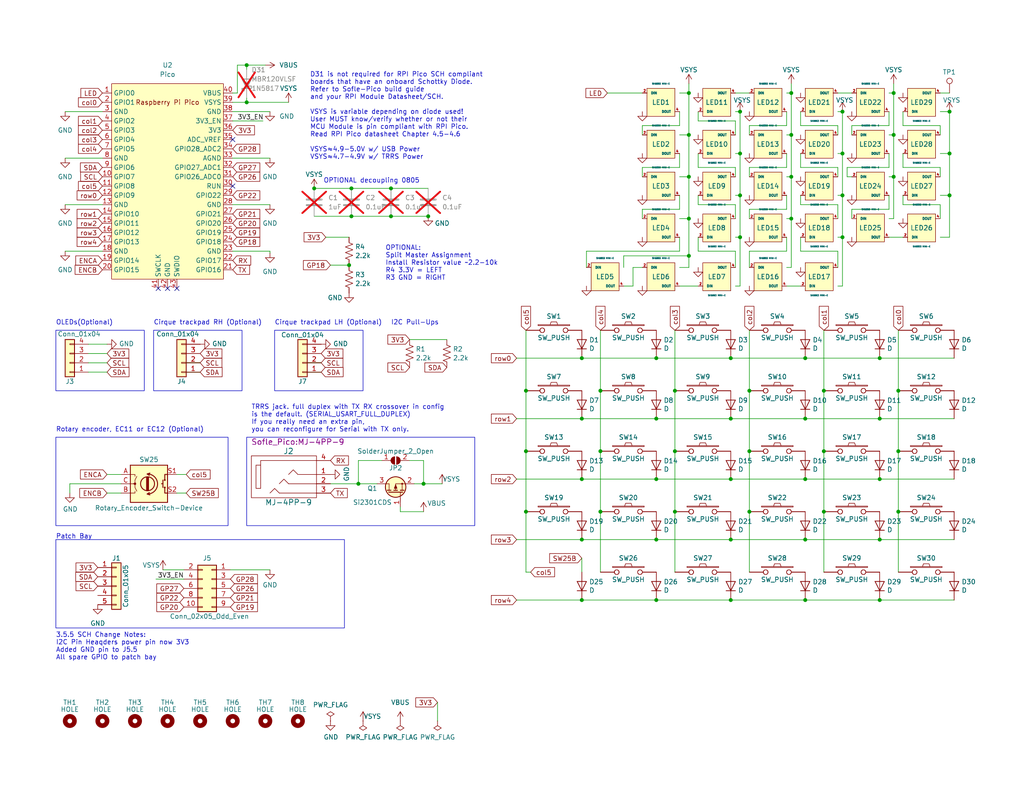
<source format=kicad_sch>
(kicad_sch (version 20250114) (generator "eeschema") (generator_version "9.0")
  (paper "A")
  (title_block (title "Sofle Pico") (date "2025-10-23") (rev "v3.5.6") (comment 1 "https://github.com/josefadamcik/SofleKeyboard") (comment 2 "Based on the Sofle by Josef Adamcik") (comment 3 "https://www.soflepico.com") (comment 4 "Designed by Ryan Neff, Choc'd by P. Werle"))
  (rectangle (start 15.24 90.17) (end 39.37 106.68))
  (rectangle (start 41.91 90.17) (end 66.04 106.68))
  (rectangle (start 15.24 119.38) (end 62.23 143.51))
  (rectangle (start 67.31 119.38) (end 129.54 143.51))
  (rectangle (start 74.93 90.17) (end 99.06 106.68))
  (rectangle (start 15.24 147.32) (end 93.98 171.45))
  (text "Cirque trackpad RH (Optional)\n" (at 41.91 88.9 0) (effects (font (size 1.27 1.27)) (justify left bottom)))
  (text "I2C Pull-Ups " (at 106.68 88.9 0) (effects (font (size 1.27 1.27)) (justify left bottom)))
  (text "TRRS jack. full duplex with TX RX crossover in config \nis the default. (SERIAL_USART_FULL_DUPLEX)\nIf you really need an extra pin, \nyou can reconfigure for Serial with TX only." (at 68.58 118.11 0) (effects (font (size 1.27 1.27)) (justify left bottom)))
  (text "Rotary encoder, EC11 or EC12 (Optional)\n" (at 15.24 118.11 0) (effects (font (size 1.27 1.27)) (justify left bottom)))
  (text "D31 is not required for RPI Pico SCH compliant \nboards that have an onboard Schottky Diode.\nRefer to Sofle-Pico build guide \nand your RPI Module Datasheet/SCH. \n\nVSYS is variable depending on diode used! \nUser MUST know/verify whether or not their \nMCU Module is pin compliant with RPI Pico. \nRead RPI Pico datasheet Chapter 4.5-4.6\n\nVSYS≈4.9-5.0V w/ USB Power\nVSYS≈4.7-4.9V w/ TRRS Power" (at 84.582 43.688 0) (effects (font (size 1.27 1.27)) (justify left bottom)))
  (text "OPTIONAL:\nSplit Master Assignment\nInstall Resistor value ~2.2-10k\nR4 3.3V = LEFT\nR3 GND = RIGHT" (at 105.156 76.708 0) (effects (font (size 1.27 1.27)) (justify left bottom)))
  (text "OLEDs(Optional)\n" (at 15.24 88.9 0) (effects (font (size 1.27 1.27)) (justify left bottom)))
  (text "Patch Bay" (at 15.24 147.32 0) (effects (font (size 1.27 1.27)) (justify left bottom)))
  (text "Cirque trackpad LH (Optional)\n" (at 74.93 88.9 0) (effects (font (size 1.27 1.27)) (justify left bottom)))
  (text "OPTIONAL decoupling 0805\n" (at 88.265 50.165 0) (effects (font (size 1.27 1.27)) (justify left bottom)))
  (text "3.5.5 SCH Change Notes:\nI2C Pin Heaqders power pin now 3V3 \nAdded GND pin to J5.5  \nAll spare GPIO to patch bay" (at 15.24 180.34 0) (effects (font (size 1.27 1.27)) (justify left bottom)))
  (junction (at 179.07 163.83))
  (junction (at 229.87 64.77))
  (junction (at 116.84 59.055))
  (junction (at 163.83 123.19))
  (junction (at 204.47 123.19))
  (junction (at 215.9 59.69))
  (junction (at 259.08 30.48))
  (junction (at 240.03 114.3))
  (junction (at 143.51 139.7))
  (junction (at 229.87 53.34))
  (junction (at 224.79 106.68))
  (junction (at 199.39 147.32))
  (junction (at 219.71 130.81))
  (junction (at 143.51 106.68))
  (junction (at 179.07 130.81))
  (junction (at 245.11 106.68))
  (junction (at 95.885 59.055))
  (junction (at 179.07 114.3))
  (junction (at 179.07 97.79))
  (junction (at 243.84 36.83))
  (junction (at 224.79 123.19))
  (junction (at 215.9 36.83))
  (junction (at 187.96 48.26))
  (junction (at 240.03 130.81))
  (junction (at 243.84 48.26))
  (junction (at 106.68 51.435))
  (junction (at 219.71 163.83))
  (junction (at 215.9 48.26))
  (junction (at 95.25 72.39))
  (junction (at 184.15 139.7))
  (junction (at 85.725 51.435))
  (junction (at 158.75 97.79))
  (junction (at 201.93 53.34))
  (junction (at 240.03 163.83))
  (junction (at 240.03 97.79))
  (junction (at 199.39 130.81))
  (junction (at 259.08 41.91))
  (junction (at 158.75 130.81))
  (junction (at 106.68 59.055))
  (junction (at 245.11 123.19))
  (junction (at 187.96 59.69))
  (junction (at 163.83 139.7))
  (junction (at 187.96 36.83))
  (junction (at 199.39 114.3))
  (junction (at 201.93 30.48))
  (junction (at 201.93 41.91))
  (junction (at 259.08 53.34))
  (junction (at 184.15 123.19))
  (junction (at 67.31 27.94))
  (junction (at 204.47 106.68))
  (junction (at 243.84 25.4))
  (junction (at 199.39 97.79))
  (junction (at 158.75 147.32))
  (junction (at 163.83 106.68))
  (junction (at 201.93 64.77))
  (junction (at 95.885 51.435))
  (junction (at 115.57 132.08))
  (junction (at 229.87 41.91))
  (junction (at 97.79 132.08))
  (junction (at 179.07 147.32))
  (junction (at 158.75 163.83))
  (junction (at 199.39 163.83))
  (junction (at 187.96 69.85))
  (junction (at 219.71 147.32))
  (junction (at 219.71 114.3))
  (junction (at 187.96 25.4))
  (junction (at 215.9 25.4))
  (junction (at 224.79 139.7))
  (junction (at 158.75 114.3))
  (junction (at 204.47 139.7))
  (junction (at 240.03 147.32))
  (junction (at 229.87 30.48))
  (junction (at 245.11 139.7))
  (junction (at 219.71 97.79))
  (junction (at 67.31 17.78))
  (junction (at 143.51 123.19))
  (junction (at 184.15 106.68))
  (no_connect (at 45.72 78.74))
  (no_connect (at 63.5 38.1))
  (no_connect (at 43.18 78.74))
  (no_connect (at 48.26 78.74))
  (no_connect (at 63.5 50.8))
  (wire (pts (xy 214.63 78.105) (xy 218.44 78.105)))
  (wire (pts (xy 200.66 25.4) (xy 204.47 25.4)))
  (wire (pts (xy 259.08 53.34) (xy 259.08 41.91)))
  (wire (pts (xy 158.75 130.81) (xy 140.97 130.81)))
  (wire (pts (xy 240.03 147.32) (xy 260.35 147.32)))
  (wire (pts (xy 259.08 41.91) (xy 259.08 30.48)))
  (wire (pts (xy 185.42 73.025) (xy 187.96 73.025)))
  (wire (pts (xy 232.41 57.15) (xy 232.41 59.69)))
  (wire (pts (xy 215.9 36.83) (xy 214.63 36.83)))
  (wire (pts (xy 67.31 17.78) (xy 72.39 17.78)))
  (wire (pts (xy 228.6 25.4) (xy 232.41 25.4)))
  (wire (pts (xy 242.57 41.91) (xy 242.57 45.72)))
  (wire (pts (xy 179.07 130.81) (xy 158.75 130.81)))
  (wire (pts (xy 215.9 59.69) (xy 215.9 73.025)))
  (wire (pts (xy 228.6 45.72) (xy 218.44 45.72)))
  (wire (pts (xy 63.5 27.94) (xy 67.31 27.94)))
  (wire (pts (xy 163.83 106.68) (xy 163.83 123.19)))
  (wire (pts (xy 158.75 114.3) (xy 140.97 114.3)))
  (wire (pts (xy 42.545 158.115) (xy 50.165 158.115)))
  (wire (pts (xy 106.68 51.435) (xy 116.84 51.435)))
  (wire (pts (xy 231.14 45.72) (xy 231.14 48.26)))
  (wire (pts (xy 158.75 147.32) (xy 140.97 147.32)))
  (wire (pts (xy 243.84 36.83) (xy 242.57 36.83)))
  (wire (pts (xy 246.38 34.29) (xy 246.38 30.48)))
  (wire (pts (xy 215.9 22.86) (xy 215.9 25.4)))
  (wire (pts (xy 24.13 99.06) (xy 29.21 99.06)))
  (wire (pts (xy 200.66 68.58) (xy 190.5 68.58)))
  (wire (pts (xy 218.44 55.88) (xy 218.44 53.34)))
  (wire (pts (xy 83.82 101.6) (xy 87.63 101.6)))
  (wire (pts (xy 185.42 41.91) (xy 185.42 45.72)))
  (wire (pts (xy 243.84 48.26) (xy 243.84 59.69)))
  (wire (pts (xy 115.57 132.08) (xy 120.65 132.08)))
  (wire (pts (xy 229.87 41.91) (xy 229.87 53.34)))
  (wire (pts (xy 172.72 78.105) (xy 172.72 73.025)))
  (wire (pts (xy 63.5 33.02) (xy 71.755 33.02)))
  (wire (pts (xy 48.26 134.62) (xy 50.8 134.62)))
  (wire (pts (xy 63.5 43.18) (xy 73.66 43.18)))
  (wire (pts (xy 17.78 68.58) (xy 27.94 68.58)))
  (wire (pts (xy 187.96 48.26) (xy 187.96 36.83)))
  (wire (pts (xy 95.885 51.435) (xy 106.68 51.435)))
  (wire (pts (xy 243.84 25.4) (xy 242.57 25.4)))
  (wire (pts (xy 73.66 30.48) (xy 63.5 30.48)))
  (wire (pts (xy 204.47 57.15) (xy 204.47 59.69)))
  (wire (pts (xy 185.42 57.15) (xy 175.26 57.15)))
  (wire (pts (xy 185.42 78.105) (xy 190.5 78.105)))
  (wire (pts (xy 228.6 30.48) (xy 229.87 30.48)))
  (wire (pts (xy 245.11 139.7) (xy 245.11 156.21)))
  (wire (pts (xy 240.03 163.83) (xy 260.35 163.83)))
  (wire (pts (xy 215.9 25.4) (xy 214.63 25.4)))
  (wire (pts (xy 215.9 25.4) (xy 215.9 36.83)))
  (wire (pts (xy 229.87 78.105) (xy 228.6 78.105)))
  (wire (pts (xy 187.96 59.69) (xy 187.96 69.85)))
  (wire (pts (xy 256.54 45.72) (xy 246.38 45.72)))
  (wire (pts (xy 184.15 106.68) (xy 184.15 123.19)))
  (wire (pts (xy 228.6 59.69) (xy 228.6 55.88)))
  (wire (pts (xy 170.18 69.85) (xy 187.96 69.85)))
  (wire (pts (xy 245.11 123.19) (xy 245.11 106.68)))
  (wire (pts (xy 199.39 147.32) (xy 219.71 147.32)))
  (wire (pts (xy 17.78 43.18) (xy 27.94 43.18)))
  (wire (pts (xy 113.03 132.08) (xy 115.57 132.08)))
  (wire (pts (xy 33.02 132.08) (xy 19.05 132.08)))
  (wire (pts (xy 218.44 68.58) (xy 218.44 64.77)))
  (wire (pts (xy 214.63 57.15) (xy 204.47 57.15)))
  (wire (pts (xy 185.42 30.48) (xy 185.42 34.29)))
  (wire (pts (xy 185.42 34.29) (xy 175.26 34.29)))
  (wire (pts (xy 175.26 34.29) (xy 175.26 36.83)))
  (wire (pts (xy 219.71 147.32) (xy 240.03 147.32)))
  (wire (pts (xy 256.54 55.88) (xy 246.38 55.88)))
  (wire (pts (xy 224.79 90.17) (xy 224.79 106.68)))
  (wire (pts (xy 50.8 101.6) (xy 54.61 101.6)))
  (wire (pts (xy 200.66 73.025) (xy 200.66 68.58)))
  (wire (pts (xy 214.63 53.34) (xy 214.63 57.15)))
  (wire (pts (xy 240.03 97.79) (xy 219.71 97.79)))
  (wire (pts (xy 184.15 90.17) (xy 184.15 106.68)))
  (wire (pts (xy 231.14 48.26) (xy 232.41 48.26)))
  (wire (pts (xy 200.66 48.26) (xy 200.66 45.72)))
  (wire (pts (xy 187.96 36.83) (xy 185.42 36.83)))
  (wire (pts (xy 242.57 45.72) (xy 231.14 45.72)))
  (wire (pts (xy 90.17 132.08) (xy 97.79 132.08)))
  (wire (pts (xy 243.84 36.83) (xy 243.84 25.4)))
  (wire (pts (xy 204.47 68.58) (xy 204.47 73.025)))
  (wire (pts (xy 44.45 155.575) (xy 50.165 155.575)))
  (wire (pts (xy 259.08 53.34) (xy 256.54 53.34)))
  (wire (pts (xy 200.66 59.69) (xy 200.66 55.88)))
  (wire (pts (xy 165.735 25.4) (xy 175.26 25.4)))
  (wire (pts (xy 199.39 130.81) (xy 219.71 130.81)))
  (wire (pts (xy 256.54 64.77) (xy 259.08 64.77)))
  (wire (pts (xy 215.9 36.83) (xy 215.9 48.26)))
  (wire (pts (xy 64.77 17.78) (xy 67.31 17.78)))
  (wire (pts (xy 179.07 97.79) (xy 158.75 97.79)))
  (wire (pts (xy 204.47 139.7) (xy 204.47 156.21)))
  (wire (pts (xy 256.54 25.4) (xy 259.08 25.4)))
  (wire (pts (xy 175.26 45.72) (xy 175.26 48.26)))
  (wire (pts (xy 214.63 41.91) (xy 214.63 45.72)))
  (wire (pts (xy 190.5 33.02) (xy 190.5 30.48)))
  (wire (pts (xy 259.08 64.77) (xy 259.08 53.34)))
  (wire (pts (xy 29.21 101.6) (xy 24.13 101.6)))
  (wire (pts (xy 104.14 125.73) (xy 97.79 125.73)))
  (wire (pts (xy 175.26 57.15) (xy 175.26 59.69)))
  (wire (pts (xy 185.42 64.77) (xy 185.42 68.58)))
  (wire (pts (xy 201.93 64.77) (xy 201.93 53.34)))
  (wire (pts (xy 190.5 55.88) (xy 190.5 53.34)))
  (wire (pts (xy 158.75 152.4) (xy 158.75 156.21)))
  (wire (pts (xy 201.93 41.91) (xy 200.66 41.91)))
  (wire (pts (xy 179.07 97.79) (xy 199.39 97.79)))
  (wire (pts (xy 106.68 59.055) (xy 116.84 59.055)))
  (wire (pts (xy 187.96 48.26) (xy 187.96 59.69)))
  (wire (pts (xy 201.93 64.77) (xy 200.66 64.77)))
  (wire (pts (xy 200.66 36.83) (xy 200.66 33.02)))
  (wire (pts (xy 187.96 25.4) (xy 185.42 25.4)))
  (wire (pts (xy 185.42 45.72) (xy 175.26 45.72)))
  (wire (pts (xy 214.63 73.025) (xy 215.9 73.025)))
  (wire (pts (xy 228.6 34.29) (xy 218.44 34.29)))
  (wire (pts (xy 229.87 53.34) (xy 228.6 53.34)))
  (wire (pts (xy 185.42 48.26) (xy 187.96 48.26)))
  (wire (pts (xy 242.57 30.48) (xy 242.57 34.29)))
  (wire (pts (xy 214.63 30.48) (xy 214.63 34.29)))
  (wire (pts (xy 17.78 55.88) (xy 27.94 55.88)))
  (wire (pts (xy 228.6 36.83) (xy 228.6 34.29)))
  (wire (pts (xy 215.9 48.26) (xy 214.63 48.26)))
  (wire (pts (xy 170.18 73.025) (xy 170.18 69.85)))
  (wire (pts (xy 187.96 59.69) (xy 185.42 59.69)))
  (wire (pts (xy 229.87 64.77) (xy 229.87 78.105)))
  (wire (pts (xy 184.15 123.19) (xy 184.15 139.7)))
  (wire (pts (xy 187.96 69.85) (xy 187.96 73.025)))
  (wire (pts (xy 224.79 139.7) (xy 224.79 156.21)))
  (wire (pts (xy 256.54 59.69) (xy 256.54 55.88)))
  (wire (pts (xy 246.38 45.72) (xy 246.38 41.91)))
  (wire (pts (xy 29.21 134.62) (xy 33.02 134.62)))
  (wire (pts (xy 179.07 114.3) (xy 199.39 114.3)))
  (wire (pts (xy 67.31 27.94) (xy 78.74 27.94)))
  (wire (pts (xy 158.75 163.83) (xy 179.07 163.83)))
  (wire (pts (xy 240.03 114.3) (xy 260.35 114.3)))
  (wire (pts (xy 256.54 48.26) (xy 256.54 45.72)))
  (wire (pts (xy 143.51 139.7) (xy 143.51 156.21)))
  (wire (pts (xy 218.44 45.72) (xy 218.44 41.91)))
  (wire (pts (xy 201.93 30.48) (xy 200.66 30.48)))
  (wire (pts (xy 219.71 130.81) (xy 240.03 130.81)))
  (wire (pts (xy 242.57 57.15) (xy 232.41 57.15)))
  (wire (pts (xy 50.8 99.06) (xy 54.61 99.06)))
  (wire (pts (xy 90.17 72.39) (xy 95.25 72.39)))
  (wire (pts (xy 88.9 64.77) (xy 95.25 64.77)))
  (wire (pts (xy 187.96 22.86) (xy 187.96 25.4)))
  (wire (pts (xy 232.41 34.29) (xy 232.41 36.83)))
  (wire (pts (xy 242.57 59.69) (xy 243.84 59.69)))
  (wire (pts (xy 219.71 114.3) (xy 240.03 114.3)))
  (wire (pts (xy 214.63 34.29) (xy 204.47 34.29)))
  (wire (pts (xy 172.72 73.025) (xy 175.26 73.025)))
  (wire (pts (xy 224.79 106.68) (xy 224.79 123.19)))
  (wire (pts (xy 204.47 123.19) (xy 204.47 139.7)))
  (wire (pts (xy 48.26 129.54) (xy 50.8 129.54)))
  (wire (pts (xy 143.51 123.19) (xy 143.51 139.7)))
  (wire (pts (xy 242.57 64.77) (xy 246.38 64.77)))
  (wire (pts (xy 229.87 30.48) (xy 229.87 41.91)))
  (wire (pts (xy 73.66 155.575) (xy 62.865 155.575)))
  (wire (pts (xy 204.47 106.68) (xy 204.47 123.19)))
  (wire (pts (xy 200.66 55.88) (xy 190.5 55.88)))
  (wire (pts (xy 201.93 53.34) (xy 200.66 53.34)))
  (wire (pts (xy 204.47 90.17) (xy 204.47 106.68)))
  (wire (pts (xy 187.96 36.83) (xy 187.96 25.4)))
  (wire (pts (xy 228.6 73.025) (xy 228.6 68.58)))
  (wire (pts (xy 243.84 22.86) (xy 243.84 25.4)))
  (wire (pts (xy 163.83 90.17) (xy 163.83 106.68)))
  (wire (pts (xy 214.63 64.77) (xy 214.63 68.58)))
  (wire (pts (xy 199.39 114.3) (xy 219.71 114.3)))
  (wire (pts (xy 95.885 59.055) (xy 106.68 59.055)))
  (wire (pts (xy 97.79 132.08) (xy 102.87 132.08)))
  (wire (pts (xy 240.03 130.81) (xy 260.35 130.81)))
  (wire (pts (xy 17.78 30.48) (xy 27.94 30.48)))
  (wire (pts (xy 85.725 59.055) (xy 95.885 59.055)))
  (wire (pts (xy 218.44 34.29) (xy 218.44 30.48)))
  (wire (pts (xy 170.18 78.105) (xy 172.72 78.105)))
  (wire (pts (xy 111.76 125.73) (xy 115.57 125.73)))
  (wire (pts (xy 67.31 26.67) (xy 67.31 27.94)))
  (wire (pts (xy 179.07 147.32) (xy 158.75 147.32)))
  (wire (pts (xy 204.47 45.72) (xy 204.47 48.26)))
  (wire (pts (xy 163.83 139.7) (xy 163.83 156.21)))
  (wire (pts (xy 201.93 78.105) (xy 201.93 64.77)))
  (wire (pts (xy 200.66 45.72) (xy 190.5 45.72)))
  (wire (pts (xy 199.39 163.83) (xy 219.71 163.83)))
  (wire (pts (xy 190.5 45.72) (xy 190.5 41.91)))
  (wire (pts (xy 246.38 55.88) (xy 246.38 53.34)))
  (wire (pts (xy 185.42 53.34) (xy 185.42 57.15)))
  (wire (pts (xy 143.51 106.68) (xy 143.51 123.19)))
  (wire (pts (xy 119.38 191.77) (xy 119.38 196.85)))
  (wire (pts (xy 64.77 25.4) (xy 64.77 17.78)))
  (wire (pts (xy 243.84 48.26) (xy 243.84 36.83)))
  (wire (pts (xy 85.725 51.435) (xy 95.885 51.435)))
  (wire (pts (xy 63.5 68.58) (xy 73.66 68.58)))
  (wire (pts (xy 115.57 125.73) (xy 115.57 132.08)))
  (wire (pts (xy 229.87 64.77) (xy 228.6 64.77)))
  (wire (pts (xy 24.13 93.98) (xy 29.21 93.98)))
  (wire (pts (xy 228.6 48.26) (xy 228.6 45.72)))
  (wire (pts (xy 201.93 53.34) (xy 201.93 41.91)))
  (wire (pts (xy 201.93 41.91) (xy 201.93 30.48)))
  (wire (pts (xy 185.42 68.58) (xy 160.02 68.58)))
  (wire (pts (xy 109.22 139.7) (xy 109.22 138.43)))
  (wire (pts (xy 259.08 30.48) (xy 256.54 30.48)))
  (wire (pts (xy 111.76 92.71) (xy 121.92 92.71)))
  (wire (pts (xy 228.6 55.88) (xy 218.44 55.88)))
  (wire (pts (xy 73.66 68.58) (xy 73.66 69.088)))
  (wire (pts (xy 63.5 25.4) (xy 64.77 25.4)))
  (wire (pts (xy 219.71 163.83) (xy 240.03 163.83)))
  (wire (pts (xy 256.54 34.29) (xy 246.38 34.29)))
  (wire (pts (xy 115.57 139.7) (xy 109.22 139.7)))
  (wire (pts (xy 184.15 139.7) (xy 184.15 156.21)))
  (wire (pts (xy 214.63 59.69) (xy 215.9 59.69)))
  (wire (pts (xy 179.07 163.83) (xy 199.39 163.83)))
  (wire (pts (xy 160.02 68.58) (xy 160.02 73.025)))
  (wire (pts (xy 256.54 36.83) (xy 256.54 34.29)))
  (wire (pts (xy 259.08 41.91) (xy 256.54 41.91)))
  (wire (pts (xy 179.07 147.32) (xy 199.39 147.32)))
  (wire (pts (xy 242.57 34.29) (xy 232.41 34.29)))
  (wire (pts (xy 143.51 90.17) (xy 143.51 106.68)))
  (wire (pts (xy 63.5 55.88) (xy 73.66 55.88)))
  (wire (pts (xy 240.03 97.79) (xy 260.35 97.79)))
  (wire (pts (xy 243.84 48.26) (xy 242.57 48.26)))
  (wire (pts (xy 83.82 99.06) (xy 87.63 99.06)))
  (wire (pts (xy 179.07 130.81) (xy 199.39 130.81)))
  (wire (pts (xy 163.83 123.19) (xy 163.83 139.7)))
  (wire (pts (xy 215.9 59.69) (xy 215.9 48.26)))
  (wire (pts (xy 229.87 53.34) (xy 229.87 64.77)))
  (wire (pts (xy 199.39 97.79) (xy 219.71 97.79)))
  (wire (pts (xy 224.79 123.19) (xy 224.79 139.7)))
  (wire (pts (xy 97.79 125.73) (xy 97.79 132.08)))
  (wire (pts (xy 140.97 163.83) (xy 158.75 163.83)))
  (wire (pts (xy 204.47 34.29) (xy 204.47 36.83)))
  (wire (pts (xy 29.21 129.54) (xy 33.02 129.54)))
  (wire (pts (xy 200.66 78.105) (xy 201.93 78.105)))
  (wire (pts (xy 19.05 132.08) (xy 19.05 134.62)))
  (wire (pts (xy 143.51 156.21) (xy 144.78 156.21)))
  (wire (pts (xy 245.11 106.68) (xy 245.11 90.17)))
  (wire (pts (xy 67.31 17.78) (xy 67.31 19.05)))
  (wire (pts (xy 24.13 96.52) (xy 29.21 96.52)))
  (wire (pts (xy 214.63 45.72) (xy 204.47 45.72)))
  (wire (pts (xy 228.6 41.91) (xy 229.87 41.91)))
  (wire (pts (xy 179.07 114.3) (xy 158.75 114.3)))
  (wire (pts (xy 190.5 68.58) (xy 190.5 64.77)))
  (wire (pts (xy 204.47 68.58) (xy 214.63 68.58)))
  (wire (pts (xy 245.11 123.19) (xy 245.11 139.7)))
  (wire (pts (xy 242.57 53.34) (xy 242.57 57.15)))
  (wire (pts (xy 200.66 33.02) (xy 190.5 33.02)))
  (wire (pts (xy 228.6 68.58) (xy 218.44 68.58)))
  (wire (pts (xy 158.75 97.79) (xy 140.97 97.79)))
  (label "3V3_EN" (at 50.165 158.115 180))
  (label "3V3_EN" (at 64.77 33.02 0))
  (global_label "SDA" (shape input) (at 29.21 101.6 0) (property "Intersheetrefs" "${INTERSHEET_REFS}" (effects (hide yes))))
  (global_label "SCL" (shape input) (at 29.21 99.06 0) (property "Intersheetrefs" "${INTERSHEET_REFS}" (effects (hide yes))))
  (global_label "SCL" (shape input) (at 54.61 99.06 0) (property "Intersheetrefs" "${INTERSHEET_REFS}" (effects (hide yes))))
  (global_label "GP21" (shape input) (at 63.5 58.42 0) (property "Intersheetrefs" "${INTERSHEET_REFS}" (effects (hide yes))))
  (global_label "GP27" (shape input) (at 50.165 160.655 180) (property "Intersheetrefs" "${INTERSHEET_REFS}" (effects (hide yes))))
  (global_label "ENCA" (shape input) (at 27.94 71.12 180) (property "Intersheetrefs" "${INTERSHEET_REFS}" (effects (hide yes))))
  (global_label "row2" (shape input) (at 140.97 130.81 180) (property "Intersheetrefs" "${INTERSHEET_REFS}" (effects (hide yes))))
  (global_label "col0" (shape input) (at 245.11 90.17 90) (property "Intersheetrefs" "${INTERSHEET_REFS}" (effects (hide yes))))
  (global_label "GP22" (shape input) (at 63.5 53.34 0) (property "Intersheetrefs" "${INTERSHEET_REFS}" (effects (hide yes))))
  (global_label "3V3" (shape input) (at 119.38 191.77 180) (property "Intersheetrefs" "${INTERSHEET_REFS}" (effects (hide yes))))
  (global_label "GP26" (shape input) (at 62.865 160.655 0) (property "Intersheetrefs" "${INTERSHEET_REFS}" (effects (hide yes))))
  (global_label "GP18" (shape input) (at 63.5 66.04 0) (property "Intersheetrefs" "${INTERSHEET_REFS}" (effects (hide yes))))
  (global_label "ENCB" (shape input) (at 27.94 73.66 180) (property "Intersheetrefs" "${INTERSHEET_REFS}" (effects (hide yes))))
  (global_label "TX" (shape input) (at 90.17 134.62 0) (property "Intersheetrefs" "${INTERSHEET_REFS}" (effects (hide yes))))
  (global_label "RX" (shape input) (at 63.5 71.12 0) (property "Intersheetrefs" "${INTERSHEET_REFS}" (effects (hide yes))))
  (global_label "SDA" (shape input) (at 87.63 101.6 0) (property "Intersheetrefs" "${INTERSHEET_REFS}" (effects (hide yes))))
  (global_label "SDA" (shape input) (at 54.61 101.6 0) (property "Intersheetrefs" "${INTERSHEET_REFS}" (effects (hide yes))))
  (global_label "GP28" (shape input) (at 62.865 158.115 0) (property "Intersheetrefs" "${INTERSHEET_REFS}" (effects (hide yes))))
  (global_label "ENCB" (shape input) (at 29.21 134.62 180) (property "Intersheetrefs" "${INTERSHEET_REFS}" (effects (hide yes))))
  (global_label "row4" (shape input) (at 140.97 163.83 180) (property "Intersheetrefs" "${INTERSHEET_REFS}" (effects (hide yes))))
  (global_label "row0" (shape input) (at 140.97 97.79 180) (property "Intersheetrefs" "${INTERSHEET_REFS}" (effects (hide yes))))
  (global_label "col4" (shape input) (at 163.83 90.17 90) (property "Intersheetrefs" "${INTERSHEET_REFS}" (effects (hide yes))))
  (global_label "LED" (shape input) (at 165.735 25.4 180) (property "Intersheetrefs" "${INTERSHEET_REFS}" (effects (hide yes))))
  (global_label "col4" (shape input) (at 27.94 40.64 180) (property "Intersheetrefs" "${INTERSHEET_REFS}" (effects (hide yes))))
  (global_label "GP20" (shape input) (at 50.165 165.735 180) (property "Intersheetrefs" "${INTERSHEET_REFS}" (effects (hide yes))))
  (global_label "col2" (shape input) (at 204.47 90.17 90) (property "Intersheetrefs" "${INTERSHEET_REFS}" (effects (hide yes))))
  (global_label "LED" (shape input) (at 27.94 25.4 180) (property "Intersheetrefs" "${INTERSHEET_REFS}" (effects (hide yes))))
  (global_label "GP27" (shape input) (at 63.5 45.72 0) (property "Intersheetrefs" "${INTERSHEET_REFS}" (effects (hide yes))))
  (global_label "SCL" (shape input) (at 111.76 100.33 180) (property "Intersheetrefs" "${INTERSHEET_REFS}" (effects (hide yes))))
  (global_label "col5" (shape input) (at 27.94 50.8 180) (property "Intersheetrefs" "${INTERSHEET_REFS}" (effects (hide yes))))
  (global_label "row4" (shape input) (at 27.94 66.04 180) (property "Intersheetrefs" "${INTERSHEET_REFS}" (effects (hide yes))))
  (global_label "SCL" (shape input) (at 26.67 160.02 180) (property "Intersheetrefs" "${INTERSHEET_REFS}" (effects (hide yes))))
  (global_label "row3" (shape input) (at 140.97 147.32 180) (property "Intersheetrefs" "${INTERSHEET_REFS}" (effects (hide yes))))
  (global_label "SCL" (shape input) (at 87.63 99.06 0) (property "Intersheetrefs" "${INTERSHEET_REFS}" (effects (hide yes))))
  (global_label "GP21" (shape input) (at 62.865 163.195 0) (property "Intersheetrefs" "${INTERSHEET_REFS}" (effects (hide yes))))
  (global_label "col5" (shape input) (at 143.51 90.17 90) (property "Intersheetrefs" "${INTERSHEET_REFS}" (effects (hide yes))))
  (global_label "col3" (shape input) (at 27.94 38.1 180) (property "Intersheetrefs" "${INTERSHEET_REFS}" (effects (hide yes))))
  (global_label "row1" (shape input) (at 27.94 58.42 180) (property "Intersheetrefs" "${INTERSHEET_REFS}" (effects (hide yes))))
  (global_label "GP19" (shape input) (at 62.865 165.735 0) (property "Intersheetrefs" "${INTERSHEET_REFS}" (effects (hide yes))))
  (global_label "GP26" (shape input) (at 63.5 48.26 0) (property "Intersheetrefs" "${INTERSHEET_REFS}" (effects (hide yes))))
  (global_label "col1" (shape input) (at 27.94 33.02 180) (property "Intersheetrefs" "${INTERSHEET_REFS}" (effects (hide yes))))
  (global_label "3V3" (shape input) (at 63.5 35.56 0) (property "Intersheetrefs" "${INTERSHEET_REFS}" (effects (hide yes))))
  (global_label "3V3" (shape input) (at 88.9 64.77 180) (property "Intersheetrefs" "${INTERSHEET_REFS}" (effects (hide yes))))
  (global_label "3V3" (shape input) (at 111.76 92.71 180) (property "Intersheetrefs" "${INTERSHEET_REFS}" (effects (hide yes))))
  (global_label "ENCA" (shape input) (at 29.21 129.54 180) (property "Intersheetrefs" "${INTERSHEET_REFS}" (effects (hide yes))))
  (global_label "SW25B" (shape input) (at 158.75 152.4 180) (property "Intersheetrefs" "${INTERSHEET_REFS}" (effects (hide yes))))
  (global_label "3V3" (shape input) (at 87.63 96.52 0) (property "Intersheetrefs" "${INTERSHEET_REFS}" (effects (hide yes))))
  (global_label "TX" (shape input) (at 63.5 73.66 0) (property "Intersheetrefs" "${INTERSHEET_REFS}" (effects (hide yes))))
  (global_label "row3" (shape input) (at 27.94 63.5 180) (property "Intersheetrefs" "${INTERSHEET_REFS}" (effects (hide yes))))
  (global_label "row0" (shape input) (at 27.94 53.34 180) (property "Intersheetrefs" "${INTERSHEET_REFS}" (effects (hide yes))))
  (global_label "col0" (shape input) (at 27.94 27.94 180) (property "Intersheetrefs" "${INTERSHEET_REFS}" (effects (hide yes))))
  (global_label "col5" (shape input) (at 144.78 156.21 0) (property "Intersheetrefs" "${INTERSHEET_REFS}" (effects (hide yes))))
  (global_label "SDA" (shape input) (at 27.94 45.72 180) (property "Intersheetrefs" "${INTERSHEET_REFS}" (effects (hide yes))))
  (global_label "GP19" (shape input) (at 63.5 63.5 0) (property "Intersheetrefs" "${INTERSHEET_REFS}" (effects (hide yes))))
  (global_label "SDA" (shape input) (at 26.67 157.48 180) (property "Intersheetrefs" "${INTERSHEET_REFS}" (effects (hide yes))))
  (global_label "3V3" (shape input) (at 54.61 96.52 0) (property "Intersheetrefs" "${INTERSHEET_REFS}" (effects (hide yes))))
  (global_label "col3" (shape input) (at 184.15 90.17 90) (property "Intersheetrefs" "${INTERSHEET_REFS}" (effects (hide yes))))
  (global_label "GP20" (shape input) (at 63.5 60.96 0) (property "Intersheetrefs" "${INTERSHEET_REFS}" (effects (hide yes))))
  (global_label "col2" (shape input) (at 27.94 35.56 180) (property "Intersheetrefs" "${INTERSHEET_REFS}" (effects (hide yes))))
  (global_label "SW25B" (shape input) (at 50.8 134.62 0) (property "Intersheetrefs" "${INTERSHEET_REFS}" (effects (hide yes))))
  (global_label "GP22" (shape input) (at 50.165 163.195 180) (property "Intersheetrefs" "${INTERSHEET_REFS}" (effects (hide yes))))
  (global_label "3V3" (shape input) (at 26.67 154.94 180) (property "Intersheetrefs" "${INTERSHEET_REFS}" (effects (hide yes))))
  (global_label "row1" (shape input) (at 140.97 114.3 180) (property "Intersheetrefs" "${INTERSHEET_REFS}" (effects (hide yes))))
  (global_label "row2" (shape input) (at 27.94 60.96 180) (property "Intersheetrefs" "${INTERSHEET_REFS}" (effects (hide yes))))
  (global_label "GP28" (shape input) (at 63.5 40.64 0) (property "Intersheetrefs" "${INTERSHEET_REFS}" (effects (hide yes))))
  (global_label "col5" (shape input) (at 50.8 129.54 0) (property "Intersheetrefs" "${INTERSHEET_REFS}" (effects (hide yes))))
  (global_label "RX" (shape input) (at 90.17 125.73 0) (property "Intersheetrefs" "${INTERSHEET_REFS}" (effects (hide yes))))
  (global_label "SDA" (shape input) (at 121.92 100.33 180) (property "Intersheetrefs" "${INTERSHEET_REFS}" (effects (hide yes))))
  (global_label "col1" (shape input) (at 224.79 90.17 90) (property "Intersheetrefs" "${INTERSHEET_REFS}" (effects (hide yes))))
  (global_label "3V3" (shape input) (at 29.21 96.52 0) (property "Intersheetrefs" "${INTERSHEET_REFS}" (effects (hide yes))))
  (global_label "GP18" (shape input) (at 90.17 72.39 180) (property "Intersheetrefs" "${INTERSHEET_REFS}" (effects (hide yes))))
  (global_label "SCL" (shape input) (at 27.94 48.26 180) (property "Intersheetrefs" "${INTERSHEET_REFS}" (effects (hide yes))))
  (symbol (lib_id "Sofle_Pico:SW_PUSH") (at 151.13 90.17 0) (unit 1)
    (property "Reference" "SW1" (at 151.13 86.36 0))
    (property "Value" "SW_PUSH" (at 151.13 92.202 0))
    (property "Footprint" "Sofle_Pico:Cherry_MX_DS_Hotswap_v3.5.4" (effects (hide yes)))
  )
  (symbol (lib_id "SofleKeyboard-rescue:D-Lily58-cache-Lily58_Pro-rescue") (at 158.75 93.98 90) (unit 1)
    (property "Reference" "D1" (at 160.7566 92.8116 90) (effects (justify right)))
    (property "Value" "D" (at 160.7566 95.123 90) (effects (justify right)))
    (property "Footprint" "Sofle_Pico:D_SOD-123_DO-35_Hybrid_DoubleSided_V2" (effects (hide yes)))
    (property "MFG" "Semtech" (effects (hide yes)))
    (property "MFG PN" "1N4148W" (effects (hide yes)))
    (property "Voltage Rating" "75v" (effects (hide yes)))
    (property "JLCPCB_PN" "C81598" (effects (hide yes)))
  )
  (symbol (lib_id "Sofle_Pico:SW_PUSH") (at 171.45 90.17 0) (unit 1)
    (property "Reference" "SW2" (at 171.45 86.36 0))
    (property "Value" "SW_PUSH" (at 171.45 92.202 0))
    (property "Footprint" "Sofle_Pico:Cherry_MX_DS_Hotswap_v3.5.4" (effects (hide yes)))
  )
  (symbol (lib_id "SofleKeyboard-rescue:D-Lily58-cache-Lily58_Pro-rescue") (at 179.07 93.98 90) (unit 1)
    (property "Reference" "D2" (at 181.0766 92.8116 90) (effects (justify right)))
    (property "Value" "D" (at 181.0766 95.123 90) (effects (justify right)))
    (property "Footprint" "Sofle_Pico:D_SOD-123_DO-35_Hybrid_DoubleSided_V2" (effects (hide yes)))
    (property "MFG" "Semtech" (effects (hide yes)))
    (property "MFG PN" "1N4148W" (effects (hide yes)))
    (property "Voltage Rating" "75v" (effects (hide yes)))
    (property "JLCPCB_PN" "C81598" (effects (hide yes)))
  )
  (symbol (lib_id "Sofle_Pico:SW_PUSH") (at 191.77 90.17 0) (unit 1)
    (property "Reference" "SW3" (at 191.77 86.36 0))
    (property "Value" "SW_PUSH" (at 191.77 92.202 0))
    (property "Footprint" "Sofle_Pico:Cherry_MX_DS_Hotswap_v3.5.4" (effects (hide yes)))
  )
  (symbol (lib_id "SofleKeyboard-rescue:D-Lily58-cache-Lily58_Pro-rescue") (at 199.39 93.98 90) (unit 1)
    (property "Reference" "D3" (at 201.3966 92.8116 90) (effects (justify right)))
    (property "Value" "D" (at 201.3966 95.123 90) (effects (justify right)))
    (property "Footprint" "Sofle_Pico:D_SOD-123_DO-35_Hybrid_DoubleSided_V2" (effects (hide yes)))
    (property "MFG" "Semtech" (effects (hide yes)))
    (property "MFG PN" "1N4148W" (effects (hide yes)))
    (property "Voltage Rating" "75v" (effects (hide yes)))
    (property "JLCPCB_PN" "C81598" (effects (hide yes)))
  )
  (symbol (lib_id "Sofle_Pico:SW_PUSH") (at 212.09 90.17 0) (unit 1)
    (property "Reference" "SW4" (at 212.09 86.36 0))
    (property "Value" "SW_PUSH" (at 212.09 92.202 0))
    (property "Footprint" "Sofle_Pico:Cherry_MX_DS_Hotswap_v3.5.4" (effects (hide yes)))
  )
  (symbol (lib_id "SofleKeyboard-rescue:D-Lily58-cache-Lily58_Pro-rescue") (at 219.71 93.98 90) (unit 1)
    (property "Reference" "D4" (at 221.7166 92.8116 90) (effects (justify right)))
    (property "Value" "D" (at 221.7166 95.123 90) (effects (justify right)))
    (property "Footprint" "Sofle_Pico:D_SOD-123_DO-35_Hybrid_DoubleSided_V2" (effects (hide yes)))
    (property "MFG" "Semtech" (effects (hide yes)))
    (property "MFG PN" "1N4148W" (effects (hide yes)))
    (property "Voltage Rating" "75v" (effects (hide yes)))
    (property "JLCPCB_PN" "C81598" (effects (hide yes)))
  )
  (symbol (lib_id "Sofle_Pico:SW_PUSH") (at 232.41 90.17 0) (unit 1)
    (property "Reference" "SW5" (at 232.41 86.36 0))
    (property "Value" "SW_PUSH" (at 232.41 92.202 0))
    (property "Footprint" "Sofle_Pico:Cherry_MX_DS_Hotswap_v3.5.4" (effects (hide yes)))
  )
  (symbol (lib_id "SofleKeyboard-rescue:D-Lily58-cache-Lily58_Pro-rescue") (at 240.03 93.98 90) (unit 1)
    (property "Reference" "D5" (at 242.0366 92.8116 90) (effects (justify right)))
    (property "Value" "D" (at 242.0366 95.123 90) (effects (justify right)))
    (property "Footprint" "Sofle_Pico:D_SOD-123_DO-35_Hybrid_DoubleSided_V2" (effects (hide yes)))
    (property "MFG" "Semtech" (effects (hide yes)))
    (property "MFG PN" "1N4148W" (effects (hide yes)))
    (property "Voltage Rating" "75v" (effects (hide yes)))
    (property "JLCPCB_PN" "C81598" (effects (hide yes)))
  )
  (symbol (lib_id "Sofle_Pico:SW_PUSH") (at 252.73 90.17 0) (unit 1)
    (property "Reference" "SW6" (at 252.73 86.36 0))
    (property "Value" "SW_PUSH" (at 252.73 92.202 0))
    (property "Footprint" "Sofle_Pico:Cherry_MX_DS_Hotswap_v3.5.4" (effects (hide yes)))
  )
  (symbol (lib_id "SofleKeyboard-rescue:D-Lily58-cache-Lily58_Pro-rescue") (at 260.35 93.98 90) (unit 1)
    (property "Reference" "D6" (at 262.3566 92.8116 90) (effects (justify right)))
    (property "Value" "D" (at 262.3566 95.123 90) (effects (justify right)))
    (property "Footprint" "Sofle_Pico:D_SOD-123_DO-35_Hybrid_DoubleSided_V2" (effects (hide yes)))
    (property "MFG" "Semtech" (effects (hide yes)))
    (property "MFG PN" "1N4148W" (effects (hide yes)))
    (property "Voltage Rating" "75v" (effects (hide yes)))
    (property "JLCPCB_PN" "C81598" (effects (hide yes)))
  )
  (symbol (lib_id "Sofle_Pico:SW_PUSH") (at 171.45 106.68 0) (unit 1)
    (property "Reference" "SW8" (at 171.45 102.87 0))
    (property "Value" "SW_PUSH" (at 171.45 108.712 0))
    (property "Footprint" "Sofle_Pico:Cherry_MX_DS_Hotswap_v3.5.4" (effects (hide yes)))
  )
  (symbol (lib_id "Sofle_Pico:SW_PUSH") (at 191.77 106.68 0) (unit 1)
    (property "Reference" "SW9" (at 191.77 102.87 0))
    (property "Value" "SW_PUSH" (at 191.77 108.712 0))
    (property "Footprint" "Sofle_Pico:Cherry_MX_DS_Hotswap_v3.5.4" (effects (hide yes)))
  )
  (symbol (lib_id "Sofle_Pico:SW_PUSH") (at 212.09 106.68 0) (unit 1)
    (property "Reference" "SW10" (at 212.09 102.87 0))
    (property "Value" "SW_PUSH" (at 212.09 108.712 0))
    (property "Footprint" "Sofle_Pico:Cherry_MX_DS_Hotswap_v3.5.4" (effects (hide yes)))
  )
  (symbol (lib_id "Sofle_Pico:SW_PUSH") (at 232.41 106.68 0) (unit 1)
    (property "Reference" "SW11" (at 232.41 102.87 0))
    (property "Value" "SW_PUSH" (at 232.41 108.712 0))
    (property "Footprint" "Sofle_Pico:Cherry_MX_DS_Hotswap_v3.5.4" (effects (hide yes)))
  )
  (symbol (lib_id "Sofle_Pico:SW_PUSH") (at 252.73 106.68 0) (unit 1)
    (property "Reference" "SW12" (at 252.73 102.87 0))
    (property "Value" "SW_PUSH" (at 252.73 108.712 0))
    (property "Footprint" "Sofle_Pico:Cherry_MX_DS_Hotswap_v3.5.4" (effects (hide yes)))
  )
  (symbol (lib_id "Sofle_Pico:SW_PUSH") (at 151.13 106.68 0) (unit 1)
    (property "Reference" "SW7" (at 151.13 102.87 0))
    (property "Value" "SW_PUSH" (at 151.13 108.712 0))
    (property "Footprint" "Sofle_Pico:Cherry_MX_DS_Hotswap_v3.5.4" (effects (hide yes)))
  )
  (symbol (lib_id "SofleKeyboard-rescue:D-Lily58-cache-Lily58_Pro-rescue") (at 158.75 110.49 90) (unit 1)
    (property "Reference" "D7" (at 160.7566 109.3216 90) (effects (justify right)))
    (property "Value" "D" (at 160.7566 111.633 90) (effects (justify right)))
    (property "Footprint" "Sofle_Pico:D_SOD-123_DO-35_Hybrid_DoubleSided_V2" (effects (hide yes)))
    (property "MFG" "Semtech" (effects (hide yes)))
    (property "MFG PN" "1N4148W" (effects (hide yes)))
    (property "Voltage Rating" "75v" (effects (hide yes)))
    (property "JLCPCB_PN" "C81598" (effects (hide yes)))
  )
  (symbol (lib_id "SofleKeyboard-rescue:D-Lily58-cache-Lily58_Pro-rescue") (at 179.07 110.49 90) (unit 1)
    (property "Reference" "D8" (at 181.0766 109.3216 90) (effects (justify right)))
    (property "Value" "D" (at 181.0766 111.633 90) (effects (justify right)))
    (property "Footprint" "Sofle_Pico:D_SOD-123_DO-35_Hybrid_DoubleSided_V2" (effects (hide yes)))
    (property "MFG" "Semtech" (effects (hide yes)))
    (property "MFG PN" "1N4148W" (effects (hide yes)))
    (property "Voltage Rating" "75v" (effects (hide yes)))
    (property "JLCPCB_PN" "C81598" (effects (hide yes)))
  )
  (symbol (lib_id "SofleKeyboard-rescue:D-Lily58-cache-Lily58_Pro-rescue") (at 199.39 110.49 90) (unit 1)
    (property "Reference" "D9" (at 201.3966 109.3216 90) (effects (justify right)))
    (property "Value" "D" (at 201.3966 111.633 90) (effects (justify right)))
    (property "Footprint" "Sofle_Pico:D_SOD-123_DO-35_Hybrid_DoubleSided_V2" (effects (hide yes)))
    (property "MFG" "Semtech" (effects (hide yes)))
    (property "MFG PN" "1N4148W" (effects (hide yes)))
    (property "Voltage Rating" "75v" (effects (hide yes)))
    (property "JLCPCB_PN" "C81598" (effects (hide yes)))
  )
  (symbol (lib_id "SofleKeyboard-rescue:D-Lily58-cache-Lily58_Pro-rescue") (at 219.71 110.49 90) (unit 1)
    (property "Reference" "D10" (at 221.7166 109.3216 90) (effects (justify right)))
    (property "Value" "D" (at 221.7166 111.633 90) (effects (justify right)))
    (property "Footprint" "Sofle_Pico:D_SOD-123_DO-35_Hybrid_DoubleSided_V2" (effects (hide yes)))
    (property "MFG" "Semtech" (effects (hide yes)))
    (property "MFG PN" "1N4148W" (effects (hide yes)))
    (property "Voltage Rating" "75v" (effects (hide yes)))
    (property "JLCPCB_PN" "C81598" (effects (hide yes)))
  )
  (symbol (lib_id "SofleKeyboard-rescue:D-Lily58-cache-Lily58_Pro-rescue") (at 240.03 110.49 90) (unit 1)
    (property "Reference" "D11" (at 242.0366 109.3216 90) (effects (justify right)))
    (property "Value" "D" (at 242.0366 111.633 90) (effects (justify right)))
    (property "Footprint" "Sofle_Pico:D_SOD-123_DO-35_Hybrid_DoubleSided_V2" (effects (hide yes)))
    (property "MFG" "Semtech" (effects (hide yes)))
    (property "MFG PN" "1N4148W" (effects (hide yes)))
    (property "Voltage Rating" "75v" (effects (hide yes)))
    (property "JLCPCB_PN" "C81598" (effects (hide yes)))
  )
  (symbol (lib_id "SofleKeyboard-rescue:D-Lily58-cache-Lily58_Pro-rescue") (at 260.35 110.49 90) (unit 1)
    (property "Reference" "D12" (at 262.3566 109.3216 90) (effects (justify right)))
    (property "Value" "D" (at 262.3566 111.633 90) (effects (justify right)))
    (property "Footprint" "Sofle_Pico:D_SOD-123_DO-35_Hybrid_DoubleSided_V2" (effects (hide yes)))
    (property "MFG" "Semtech" (effects (hide yes)))
    (property "MFG PN" "1N4148W" (effects (hide yes)))
    (property "Voltage Rating" "75v" (effects (hide yes)))
    (property "JLCPCB_PN" "C81598" (effects (hide yes)))
  )
  (symbol (lib_id "Sofle_Pico:SW_PUSH") (at 151.13 123.19 0) (unit 1)
    (property "Reference" "SW13" (at 151.13 119.38 0))
    (property "Value" "SW_PUSH" (at 151.13 125.222 0))
    (property "Footprint" "Sofle_Pico:Cherry_MX_DS_Hotswap_v3.5.4" (effects (hide yes)))
  )
  (symbol (lib_id "Sofle_Pico:SW_PUSH") (at 171.45 123.19 0) (unit 1)
    (property "Reference" "SW14" (at 171.45 119.38 0))
    (property "Value" "SW_PUSH" (at 171.45 125.222 0))
    (property "Footprint" "Sofle_Pico:Cherry_MX_DS_Hotswap_v3.5.4" (effects (hide yes)))
  )
  (symbol (lib_id "Sofle_Pico:SW_PUSH") (at 191.77 123.19 0) (unit 1)
    (property "Reference" "SW15" (at 191.77 119.38 0))
    (property "Value" "SW_PUSH" (at 191.77 125.222 0))
    (property "Footprint" "Sofle_Pico:Cherry_MX_DS_Hotswap_v3.5.4" (effects (hide yes)))
  )
  (symbol (lib_id "Sofle_Pico:SW_PUSH") (at 212.09 123.19 0) (unit 1)
    (property "Reference" "SW16" (at 212.09 119.38 0))
    (property "Value" "SW_PUSH" (at 212.09 125.222 0))
    (property "Footprint" "Sofle_Pico:Cherry_MX_DS_Hotswap_v3.5.4" (effects (hide yes)))
  )
  (symbol (lib_id "Sofle_Pico:SW_PUSH") (at 232.41 123.19 0) (unit 1)
    (property "Reference" "SW17" (at 232.41 119.38 0))
    (property "Value" "SW_PUSH" (at 232.41 125.222 0))
    (property "Footprint" "Sofle_Pico:Cherry_MX_DS_Hotswap_v3.5.4" (effects (hide yes)))
  )
  (symbol (lib_id "Sofle_Pico:SW_PUSH") (at 252.73 123.19 0) (unit 1)
    (property "Reference" "SW18" (at 252.73 119.38 0))
    (property "Value" "SW_PUSH" (at 252.73 125.222 0))
    (property "Footprint" "Sofle_Pico:Cherry_MX_DS_Hotswap_v3.5.4" (effects (hide yes)))
  )
  (symbol (lib_id "SofleKeyboard-rescue:D-Lily58-cache-Lily58_Pro-rescue") (at 158.75 127 90) (unit 1)
    (property "Reference" "D13" (at 160.7566 125.8316 90) (effects (justify right)))
    (property "Value" "D" (at 160.7566 128.143 90) (effects (justify right)))
    (property "Footprint" "Sofle_Pico:D_SOD-123_DO-35_Hybrid_DoubleSided_V2" (effects (hide yes)))
    (property "MFG" "Semtech" (effects (hide yes)))
    (property "MFG PN" "1N4148W" (effects (hide yes)))
    (property "Voltage Rating" "75v" (effects (hide yes)))
    (property "JLCPCB_PN" "C81598" (effects (hide yes)))
  )
  (symbol (lib_id "SofleKeyboard-rescue:D-Lily58-cache-Lily58_Pro-rescue") (at 179.07 127 90) (unit 1)
    (property "Reference" "D14" (at 181.0766 125.8316 90) (effects (justify right)))
    (property "Value" "D" (at 181.0766 128.143 90) (effects (justify right)))
    (property "Footprint" "Sofle_Pico:D_SOD-123_DO-35_Hybrid_DoubleSided_V2" (effects (hide yes)))
    (property "MFG" "Semtech" (effects (hide yes)))
    (property "MFG PN" "1N4148W" (effects (hide yes)))
    (property "Voltage Rating" "75v" (effects (hide yes)))
    (property "JLCPCB_PN" "C81598" (effects (hide yes)))
  )
  (symbol (lib_id "SofleKeyboard-rescue:D-Lily58-cache-Lily58_Pro-rescue") (at 199.39 127 90) (unit 1)
    (property "Reference" "D15" (at 201.3966 125.8316 90) (effects (justify right)))
    (property "Value" "D" (at 201.3966 128.143 90) (effects (justify right)))
    (property "Footprint" "Sofle_Pico:D_SOD-123_DO-35_Hybrid_DoubleSided_V2" (effects (hide yes)))
    (property "MFG" "Semtech" (effects (hide yes)))
    (property "MFG PN" "1N4148W" (effects (hide yes)))
    (property "Voltage Rating" "75v" (effects (hide yes)))
    (property "JLCPCB_PN" "C81598" (effects (hide yes)))
  )
  (symbol (lib_id "SofleKeyboard-rescue:D-Lily58-cache-Lily58_Pro-rescue") (at 219.71 127 90) (unit 1)
    (property "Reference" "D16" (at 221.7166 125.8316 90) (effects (justify right)))
    (property "Value" "D" (at 221.7166 128.143 90) (effects (justify right)))
    (property "Footprint" "Sofle_Pico:D_SOD-123_DO-35_Hybrid_DoubleSided_V2" (effects (hide yes)))
    (property "MFG" "Semtech" (effects (hide yes)))
    (property "MFG PN" "1N4148W" (effects (hide yes)))
    (property "Voltage Rating" "75v" (effects (hide yes)))
    (property "JLCPCB_PN" "C81598" (effects (hide yes)))
  )
  (symbol (lib_id "SofleKeyboard-rescue:D-Lily58-cache-Lily58_Pro-rescue") (at 240.03 127 90) (unit 1)
    (property "Reference" "D17" (at 242.0366 125.8316 90) (effects (justify right)))
    (property "Value" "D" (at 242.0366 128.143 90) (effects (justify right)))
    (property "Footprint" "Sofle_Pico:D_SOD-123_DO-35_Hybrid_DoubleSided_V2" (effects (hide yes)))
    (property "MFG" "Semtech" (effects (hide yes)))
    (property "MFG PN" "1N4148W" (effects (hide yes)))
    (property "Voltage Rating" "75v" (effects (hide yes)))
    (property "JLCPCB_PN" "C81598" (effects (hide yes)))
  )
  (symbol (lib_id "SofleKeyboard-rescue:D-Lily58-cache-Lily58_Pro-rescue") (at 260.35 127 90) (unit 1)
    (property "Reference" "D18" (at 262.3566 125.8316 90) (effects (justify right)))
    (property "Value" "D" (at 262.3566 128.143 90) (effects (justify right)))
    (property "Footprint" "Sofle_Pico:D_SOD-123_DO-35_Hybrid_DoubleSided_V2" (effects (hide yes)))
    (property "MFG" "Semtech" (effects (hide yes)))
    (property "MFG PN" "1N4148W" (effects (hide yes)))
    (property "Voltage Rating" "75v" (effects (hide yes)))
    (property "JLCPCB_PN" "C81598" (effects (hide yes)))
  )
  (symbol (lib_id "Sofle_Pico:SW_PUSH") (at 151.13 139.7 0) (unit 1)
    (property "Reference" "SW19" (at 151.13 135.89 0))
    (property "Value" "SW_PUSH" (at 151.13 141.732 0))
    (property "Footprint" "Sofle_Pico:Cherry_MX_DS_Hotswap_v3.5.4" (effects (hide yes)))
  )
  (symbol (lib_id "SofleKeyboard-rescue:D-Lily58-cache-Lily58_Pro-rescue") (at 158.75 143.51 90) (unit 1)
    (property "Reference" "D19" (at 160.7566 142.3416 90) (effects (justify right)))
    (property "Value" "D" (at 160.7566 144.653 90) (effects (justify right)))
    (property "Footprint" "Sofle_Pico:D_SOD-123_DO-35_Hybrid_DoubleSided_V2" (effects (hide yes)))
    (property "MFG" "Semtech" (effects (hide yes)))
    (property "MFG PN" "1N4148W" (effects (hide yes)))
    (property "Voltage Rating" "75v" (effects (hide yes)))
    (property "JLCPCB_PN" "C81598" (effects (hide yes)))
  )
  (symbol (lib_id "SofleKeyboard-rescue:D-Lily58-cache-Lily58_Pro-rescue") (at 179.07 143.51 90) (unit 1)
    (property "Reference" "D20" (at 181.0766 142.3416 90) (effects (justify right)))
    (property "Value" "D" (at 181.0766 144.653 90) (effects (justify right)))
    (property "Footprint" "Sofle_Pico:D_SOD-123_DO-35_Hybrid_DoubleSided_V2" (effects (hide yes)))
    (property "MFG" "Semtech" (effects (hide yes)))
    (property "MFG PN" "1N4148W" (effects (hide yes)))
    (property "Voltage Rating" "75v" (effects (hide yes)))
    (property "JLCPCB_PN" "C81598" (effects (hide yes)))
  )
  (symbol (lib_id "SofleKeyboard-rescue:D-Lily58-cache-Lily58_Pro-rescue") (at 199.39 143.51 90) (unit 1)
    (property "Reference" "D21" (at 201.3966 142.3416 90) (effects (justify right)))
    (property "Value" "D" (at 201.3966 144.653 90) (effects (justify right)))
    (property "Footprint" "Sofle_Pico:D_SOD-123_DO-35_Hybrid_DoubleSided_V2" (effects (hide yes)))
    (property "MFG" "Semtech" (effects (hide yes)))
    (property "MFG PN" "1N4148W" (effects (hide yes)))
    (property "Voltage Rating" "75v" (effects (hide yes)))
    (property "JLCPCB_PN" "C81598" (effects (hide yes)))
  )
  (symbol (lib_id "SofleKeyboard-rescue:D-Lily58-cache-Lily58_Pro-rescue") (at 219.71 143.51 90) (unit 1)
    (property "Reference" "D22" (at 221.7166 142.3416 90) (effects (justify right)))
    (property "Value" "D" (at 221.7166 144.653 90) (effects (justify right)))
    (property "Footprint" "Sofle_Pico:D_SOD-123_DO-35_Hybrid_DoubleSided_V2" (effects (hide yes)))
    (property "MFG" "Semtech" (effects (hide yes)))
    (property "MFG PN" "1N4148W" (effects (hide yes)))
    (property "Voltage Rating" "75v" (effects (hide yes)))
    (property "JLCPCB_PN" "C81598" (effects (hide yes)))
  )
  (symbol (lib_id "SofleKeyboard-rescue:D-Lily58-cache-Lily58_Pro-rescue") (at 240.03 143.51 90) (unit 1)
    (property "Reference" "D23" (at 242.0366 142.3416 90) (effects (justify right)))
    (property "Value" "D" (at 242.0366 144.653 90) (effects (justify right)))
    (property "Footprint" "Sofle_Pico:D_SOD-123_DO-35_Hybrid_DoubleSided_V2" (effects (hide yes)))
    (property "MFG" "Semtech" (effects (hide yes)))
    (property "MFG PN" "1N4148W" (effects (hide yes)))
    (property "Voltage Rating" "75v" (effects (hide yes)))
    (property "JLCPCB_PN" "C81598" (effects (hide yes)))
  )
  (symbol (lib_id "SofleKeyboard-rescue:D-Lily58-cache-Lily58_Pro-rescue") (at 260.35 143.51 90) (unit 1)
    (property "Reference" "D24" (at 262.3566 142.3416 90) (effects (justify right)))
    (property "Value" "D" (at 262.3566 144.653 90) (effects (justify right)))
    (property "Footprint" "Sofle_Pico:D_SOD-123_DO-35_Hybrid_DoubleSided_V2" (effects (hide yes)))
    (property "MFG" "Semtech" (effects (hide yes)))
    (property "MFG PN" "1N4148W" (effects (hide yes)))
    (property "Voltage Rating" "75v" (effects (hide yes)))
    (property "JLCPCB_PN" "C81598" (effects (hide yes)))
  )
  (symbol (lib_id "SofleKeyboard-rescue:D-Lily58-cache-Lily58_Pro-rescue") (at 158.75 160.02 90) (unit 1)
    (property "Reference" "D25" (at 160.7566 158.8516 90) (effects (justify right)))
    (property "Value" "D" (at 160.7566 161.163 90) (effects (justify right)))
    (property "Footprint" "Sofle_Pico:D_SOD-123_DO-35_Hybrid_DoubleSided_V2" (effects (hide yes)))
    (property "MFG" "Semtech" (effects (hide yes)))
    (property "MFG PN" "1N4148W" (effects (hide yes)))
    (property "Voltage Rating" "75v" (effects (hide yes)))
    (property "JLCPCB_PN" "C81598" (effects (hide yes)))
  )
  (symbol (lib_id "SofleKeyboard-rescue:D-Lily58-cache-Lily58_Pro-rescue") (at 179.07 160.02 90) (unit 1)
    (property "Reference" "D26" (at 181.0766 158.8516 90) (effects (justify right)))
    (property "Value" "D" (at 181.0766 161.163 90) (effects (justify right)))
    (property "Footprint" "Sofle_Pico:D_SOD-123_DO-35_Hybrid_DoubleSided_V2" (effects (hide yes)))
    (property "MFG" "Semtech" (effects (hide yes)))
    (property "MFG PN" "1N4148W" (effects (hide yes)))
    (property "Voltage Rating" "75v" (effects (hide yes)))
    (property "JLCPCB_PN" "C81598" (effects (hide yes)))
  )
  (symbol (lib_id "SofleKeyboard-rescue:D-Lily58-cache-Lily58_Pro-rescue") (at 199.39 160.02 90) (unit 1)
    (property "Reference" "D27" (at 201.3966 158.8516 90) (effects (justify right)))
    (property "Value" "D" (at 201.3966 161.163 90) (effects (justify right)))
    (property "Footprint" "Sofle_Pico:D_SOD-123_DO-35_Hybrid_DoubleSided_V2" (effects (hide yes)))
    (property "MFG" "Semtech" (effects (hide yes)))
    (property "MFG PN" "1N4148W" (effects (hide yes)))
    (property "Voltage Rating" "75v" (effects (hide yes)))
    (property "JLCPCB_PN" "C81598" (effects (hide yes)))
  )
  (symbol (lib_id "SofleKeyboard-rescue:D-Lily58-cache-Lily58_Pro-rescue") (at 219.71 160.02 90) (unit 1)
    (property "Reference" "D28" (at 221.7166 158.8516 90) (effects (justify right)))
    (property "Value" "D" (at 221.7166 161.163 90) (effects (justify right)))
    (property "Footprint" "Sofle_Pico:D_SOD-123_DO-35_Hybrid_DoubleSided_V2" (effects (hide yes)))
    (property "MFG" "Semtech" (effects (hide yes)))
    (property "MFG PN" "1N4148W" (effects (hide yes)))
    (property "Voltage Rating" "75v" (effects (hide yes)))
    (property "JLCPCB_PN" "C81598" (effects (hide yes)))
  )
  (symbol (lib_id "SofleKeyboard-rescue:D-Lily58-cache-Lily58_Pro-rescue") (at 240.03 160.02 90) (unit 1)
    (property "Reference" "D29" (at 242.0366 158.8516 90) (effects (justify right)))
    (property "Value" "D" (at 242.0366 161.163 90) (effects (justify right)))
    (property "Footprint" "Sofle_Pico:D_SOD-123_DO-35_Hybrid_DoubleSided_V2" (effects (hide yes)))
    (property "MFG" "Semtech" (effects (hide yes)))
    (property "MFG PN" "1N4148W" (effects (hide yes)))
    (property "Voltage Rating" "75v" (effects (hide yes)))
    (property "JLCPCB_PN" "C81598" (effects (hide yes)))
  )
  (symbol (lib_id "Sofle_Pico:MJ-4PP-9") (at 78.74 129.54 0) (unit 1)
    (property "Reference" "J2" (at 78.74 123.19 0) (effects (font (size 1.524 1.524))))
    (property "Value" "MJ-4PP-9" (at 78.74 137.16 0) (effects (font (size 1.524 1.524))))
    (property "Footprint" "Sofle_Pico:MJ-4PP-9" (at 81.28 120.65 0) (effects (font (size 1.524 1.524))))
  )
  (symbol (lib_id "SofleKeyboard-rescue:PWR_FLAG-Lily58-cache-Lily58_Pro-rescue") (at 90.17 196.85 0) (unit 1)
    (property "Reference" "#FLG01" (effects (hide yes)))
    (property "Value" "PWR_FLAG" (at 90.17 192.4304 0))
  )
  (symbol (lib_id "SofleKeyboard-rescue:GND-Lily58-cache-Lily58_Pro-rescue") (at 90.17 196.85 0) (unit 1)
    (property "Reference" "#PWR012" (effects (hide yes)))
    (property "Value" "GND" (at 90.297 201.2442 0))
  )
  (symbol (lib_id "SofleKeyboard-rescue:PWR_FLAG-Lily58-cache-Lily58_Pro-rescue") (at 99.06 196.85 180) (unit 1)
    (property "Reference" "#FLG02" (effects (hide yes)))
    (property "Value" "PWR_FLAG" (at 99.06 201.2442 0))
  )
  (symbol (lib_id "Sofle_Pico:MountingHole") (at 19.05 196.85 0) (unit 1)
    (property "Reference" "TH1" (at 19.05 191.77 0))
    (property "Value" "HOLE" (at 19.05 193.675 0))
    (property "Footprint" "Sofle_Pico:Hole from sofle for M2 posts gold rimmer wide-keyplate-hole" (effects (hide yes)))
  )
  (symbol (lib_id "Sofle_Pico:MountingHole") (at 27.94 196.85 0) (unit 1)
    (property "Reference" "TH2" (at 27.94 191.77 0))
    (property "Value" "HOLE" (at 27.94 193.675 0))
    (property "Footprint" "Sofle_Pico:Hole from sofle for M2 posts gold rimmer wide-keyplate-hole" (effects (hide yes)))
  )
  (symbol (lib_id "Sofle_Pico:MountingHole") (at 45.72 196.85 0) (unit 1)
    (property "Reference" "TH4" (at 45.72 191.77 0))
    (property "Value" "HOLE" (at 45.72 193.675 0))
    (property "Footprint" "Sofle_Pico:Hole from sofle for M2 posts gold rimmer" (effects (hide yes)))
  )
  (symbol (lib_id "Sofle_Pico:MountingHole") (at 54.61 196.85 0) (unit 1)
    (property "Reference" "TH5" (at 54.61 191.77 0))
    (property "Value" "HOLE" (at 54.61 193.675 0))
    (property "Footprint" "Sofle_Pico:Hole from sofle for M2 posts gold rimmer" (effects (hide yes)))
  )
  (symbol (lib_id "Sofle_Pico:MountingHole") (at 63.5 196.85 0) (unit 1)
    (property "Reference" "TH6" (at 63.5 191.77 0))
    (property "Value" "HOLE" (at 63.5 193.675 0))
    (property "Footprint" "Sofle_Pico:Hole from sofle for M2 posts gold rimmer" (effects (hide yes)))
  )
  (symbol (lib_id "Sofle_Pico:MountingHole") (at 72.39 196.85 0) (unit 1)
    (property "Reference" "TH7" (at 72.39 191.77 0))
    (property "Value" "HOLE" (at 72.39 193.675 0))
    (property "Footprint" "Sofle_Pico:Hole from sofle for M2 posts gold rimmer wide-keyplate-hole" (effects (hide yes)))
  )
  (symbol (lib_id "Sofle_Pico:MountingHole") (at 36.83 196.85 0) (unit 1)
    (property "Reference" "TH3" (at 36.83 191.77 0))
    (property "Value" "HOLE" (at 36.83 193.675 0))
    (property "Footprint" "Sofle_Pico:Hole from sofle for M2 posts gold rimmer" (effects (hide yes)))
  )
  (symbol (lib_id "Connector_Generic:Conn_01x04") (at 19.05 99.06 180) (unit 1) (in_bom no)
    (property "Reference" "J3" (at 19.05 104.14 0))
    (property "Value" "Conn_01x04" (at 21.59 91.186 0))
    (property "Footprint" "Sofle_Pico:OLED SSD1306 128x64" (effects (hide yes)))
  )
  (symbol (lib_id "SofleKeyboard-rescue:D-Lily58-cache-Lily58_Pro-rescue") (at 260.35 160.02 90) (unit 1)
    (property "Reference" "D30" (at 262.3566 158.8516 90) (effects (justify right)))
    (property "Value" "D" (at 262.3566 161.163 90) (effects (justify right)))
    (property "Footprint" "Sofle_Pico:D_SOD-123_DO-35_Hybrid_DoubleSided_V2" (effects (hide yes)))
    (property "MFG" "Semtech" (effects (hide yes)))
    (property "MFG PN" "1N4148W" (effects (hide yes)))
    (property "Voltage Rating" "75v" (effects (hide yes)))
    (property "JLCPCB_PN" "C81598" (effects (hide yes)))
  )
  (symbol (lib_id "Sofle_Pico:Rotary_Encoder_Switch-Device") (at 40.64 132.08 0) (unit 1)
    (property "Reference" "SW25" (at 40.64 125.476 0))
    (property "Value" "Rotary_Encoder_Switch-Device" (at 40.64 138.684 0))
    (property "Footprint" "Sofle_Pico:RotaryEncoder_Alps_EC11E-Switch_Vertical_H20mm-keebio_modified" (effects (hide yes)))
  )
  (symbol (lib_id "SofleKeyboard-rescue:GND-power") (at 19.05 134.62 0) (unit 1)
    (property "Reference" "#PWR0103" (effects (hide yes)))
    (property "Value" "GND" (at 19.177 139.0142 0))
  )
  (symbol (lib_id "power:VDC") (at 44.45 155.575 0) (unit 1)
    (property "Reference" "#PWR05" (effects (hide yes)))
    (property "Value" "VSYS" (at 41.275 154.305 0))
  )
  (symbol (lib_id "Sofle_Pico:Conn_01x04") (at 49.53 99.06 180) (unit 1) (in_bom no)
    (property "Reference" "J4" (at 49.53 104.14 0))
    (property "Value" "Conn_01x04" (at 48.514 91.186 0))
    (property "Footprint" "Sofle_Pico:Cirque tie in" (effects (hide yes)))
  )
  (symbol (lib_id "Device:C") (at 95.885 55.245 0) (unit 1) (in_bom no) (dnp yes)
    (property "Reference" "C2" (at 99.695 53.975 0) (effects (justify left)))
    (property "Value" "0.1uF" (at 99.695 56.515 0) (effects (justify left)))
    (property "Footprint" "Capacitor_SMD:C_0805_2012Metric_Pad1.18x1.45mm_HandSolder" (effects (hide yes)))
    (property "MFG PN" "CC0805KRX7R9BB104" (effects (hide yes)))
    (property "MFG" "YAGEO" (effects (hide yes)))
    (property "Dielectric" "X7R" (effects (hide yes)))
    (property "Tolerance (%)" "10" (effects (hide yes)))
    (property "Voltage Rating" "50V" (effects (hide yes)))
    (property "JLCPCB_PN" "C49678" (effects (hide yes)))
  )
  (symbol (lib_name "SK6803MINIE_V2_1") (lib_id "Sofle_Pico:SK6803MINIE_V2") (at 195.58 75.565 180) (unit 1)
    (property "Reference" "LED7" (at 195.58 75.565 0) (effects (font (size 1.2954 1.2954))))
    (property "Value" "SK6803 MINI-E" (at 195.58 80.645 0) (effects (font (size 0.4064 0.4064))))
    (property "Footprint" "Sofle_Pico:SK6803_MINI-E_v3.5.5" (effects (hide yes)))
  )
  (symbol (lib_id "Device:R_US") (at 95.25 76.2 0) (unit 1)
    (property "Reference" "R3" (at 96.901 74.9879 0) (effects (justify left)))
    (property "Value" "2.2k" (at 96.901 77.4121 0) (effects (justify left)))
    (property "Footprint" "Sofle_Pico:Res_1206_SMD_6.3mm_TH_Hybrid" (effects (hide yes)))
  )
  (symbol (lib_id "PCM_Transistor_MOSFET_AKL:DMG2305UX") (at 107.95 134.62 270) (mirror x) (unit 1)
    (property "Reference" "Q1" (at 101.6 133.35 90))
    (property "Value" "Si2301CDS" (at 101.6 137.16 90))
    (property "Footprint" "Package_TO_SOT_SMD_AKL:SOT-23" (effects (hide yes)))
    (property "Datasheet" "https://www.tme.eu/Document/79cbea1ac95301c813f57d9a7787c43d/DMG2305UX.pdf" (effects (hide yes)))
    (property "Sim.Library" "C:\\Users\\ext.peter.werle\\Documents\\custom_keyboards\\Datasheets\\MOSFET\\JLCPCB parts\\si2301cds_ps Rev B.txt" (effects (hide yes)))
    (property "Sim.Name" "Si2301CDS" (effects (hide yes)))
    (property "Sim.Device" "SUBCKT" (effects (hide yes)))
    (property "Sim.Pins" "1=D 2=G 3=S" (effects (hide yes)))
    (property "JLCPCB_PN" "C10487" (effects (hide yes)))
  )
  (symbol (lib_id "power:GND") (at 190.5 48.26 0) (unit 1)
    (property "Reference" "#PWR0122" (effects (hide yes)))
    (property "Value" "GND" (effects (hide yes)))
  )
  (symbol (lib_id "power:GND") (at 175.26 41.91 0) (unit 1)
    (property "Reference" "#PWR0106" (effects (hide yes)))
    (property "Value" "GND" (effects (hide yes)))
  )
  (symbol (lib_id "power:GND") (at 204.47 78.105 0) (unit 1)
    (property "Reference" "#PWR0101" (effects (hide yes)))
    (property "Value" "GND" (effects (hide yes)))
  )
  (symbol (lib_id "Sofle_Pico:SW_PUSH") (at 171.45 156.21 0) (mirror y) (unit 1)
    (property "Reference" "SW26" (at 171.45 152.4 0))
    (property "Value" "SW_PUSH" (at 171.45 158.242 0))
    (property "Footprint" "Sofle_Pico:Cherry_MX_DS_Hotswap_v3.5.4" (effects (hide yes)))
  )
  (symbol (lib_id "Sofle_Pico:SW_PUSH") (at 232.41 156.21 0) (unit 1)
    (property "Reference" "SW29" (at 232.41 152.4 0))
    (property "Value" "SW_PUSH" (at 232.41 158.242 0))
    (property "Footprint" "Sofle_Pico:Cherry_MX_DS_Hotswap_v3.5.4" (effects (hide yes)))
  )
  (symbol (lib_id "power:GND") (at 95.25 80.01 0) (unit 1)
    (property "Reference" "#PWR09" (effects (hide yes)))
    (property "Value" "GND" (at 91.44 81.28 0))
  )
  (symbol (lib_id "power:GND") (at 26.67 165.1 0) (unit 1)
    (property "Reference" "#PWR023" (effects (hide yes)))
    (property "Value" "GND" (at 26.67 170.18 0))
  )
  (symbol (lib_name "SK6803MINIE_V2_1") (lib_id "Sofle_Pico:SK6803MINIE_V2") (at 209.55 75.565 0) (mirror y) (unit 1)
    (property "Reference" "LED16" (at 209.55 75.565 0) (effects (font (size 1.2954 1.2954))))
    (property "Value" "SK6803 MINI-E" (at 209.55 70.485 0) (effects (font (size 0.4064 0.4064))))
    (property "Footprint" "Sofle_Pico:SK6803_MINI-E_v3.5.5" (effects (hide yes)))
  )
  (symbol (lib_id "Device:C") (at 116.84 55.245 0) (unit 1) (in_bom no) (dnp yes)
    (property "Reference" "C4" (at 120.65 53.975 0) (effects (justify left)))
    (property "Value" "0.1uF" (at 120.65 56.515 0) (effects (justify left)))
    (property "Footprint" "Capacitor_SMD:C_0805_2012Metric_Pad1.18x1.45mm_HandSolder" (effects (hide yes)))
    (property "MFG PN" "CC0805KRX7R9BB104" (effects (hide yes)))
    (property "MFG" "YAGEO" (effects (hide yes)))
    (property "Dielectric" "X7R" (effects (hide yes)))
    (property "Tolerance (%)" "10" (effects (hide yes)))
    (property "Voltage Rating" "50V" (effects (hide yes)))
    (property "JLCPCB_PN" "C49678" (effects (hide yes)))
  )
  (symbol (lib_id "Sofle_Pico:Conn_01x05") (at 31.75 160.02 0) (unit 1) (in_bom no)
    (property "Reference" "J1" (at 31.75 152.4 0))
    (property "Value" "Conn_01x05" (at 34.29 160.02 90))
    (property "Footprint" "Sofle_Pico:Pimaroni_PinHeader_1x05_P2.54mm_Vertical Sofle v3b" (effects (hide yes)))
  )
  (symbol (lib_id "power:GND") (at 232.41 64.77 0) (unit 1)
    (property "Reference" "#PWR0133" (effects (hide yes)))
    (property "Value" "GND" (effects (hide yes)))
  )
  (symbol (lib_id "Sofle_Pico:SW_PUSH") (at 171.45 139.7 0) (unit 1)
    (property "Reference" "SW20" (at 171.45 135.89 0))
    (property "Value" "SW_PUSH" (at 171.45 141.732 0))
    (property "Footprint" "Sofle_Pico:Cherry_MX_DS_Hotswap_v3.5.4" (effects (hide yes)))
  )
  (symbol (lib_id "power:GND") (at 218.44 59.69 0) (unit 1)
    (property "Reference" "#PWR0129" (effects (hide yes)))
    (property "Value" "GND" (effects (hide yes)))
  )
  (symbol (lib_name "SK6803MINIE_V2_1") (lib_id "Sofle_Pico:SK6803MINIE_V2") (at 180.34 39.37 0) (mirror y) (unit 1)
    (property "Reference" "LED2" (at 180.34 39.37 0) (effects (font (size 1.2954 1.2954))))
    (property "Value" "SK6803 MINI-E" (at 180.34 34.29 0) (effects (font (size 0.4064 0.4064))))
    (property "Footprint" "Sofle_Pico:SK6803_MINI-E_v3.5.5" (effects (hide yes)))
  )
  (symbol (lib_id "power:GND") (at 17.78 68.58 0) (unit 1)
    (property "Reference" "#PWR018" (effects (hide yes)))
    (property "Value" "GND" (at 17.78 73.66 0))
  )
  (symbol (lib_id "power:VDC") (at 78.74 27.94 0) (unit 1)
    (property "Reference" "#PWR01" (effects (hide yes)))
    (property "Value" "VSYS" (at 78.74 24.13 0))
  )
  (symbol (lib_id "power:VDC") (at 215.9 22.86 0) (unit 1)
    (property "Reference" "#PWR0114" (effects (hide yes)))
    (property "Value" "VSYS" (at 215.9 19.05 0))
  )
  (symbol (lib_name "GND-power_3") (lib_id "SofleKeyboard-rescue:GND-power") (at 29.21 93.98 90) (unit 1)
    (property "Reference" "#PWR03" (effects (hide yes)))
    (property "Value" "GND" (at 32.4612 93.853 90) (effects (justify right)))
  )
  (symbol (lib_id "power:GND") (at 246.38 25.4 0) (unit 1)
    (property "Reference" "#PWR0138" (effects (hide yes)))
    (property "Value" "GND" (effects (hide yes)))
  )
  (symbol (lib_id "power:GND") (at 204.47 53.34 0) (unit 1)
    (property "Reference" "#PWR0128" (effects (hide yes)))
    (property "Value" "GND" (effects (hide yes)))
  )
  (symbol (lib_id "power:GND") (at 246.38 59.69 0) (unit 1)
    (property "Reference" "#PWR0135" (effects (hide yes)))
    (property "Value" "GND" (effects (hide yes)))
  )
  (symbol (lib_id "Sofle_Pico:SW_PUSH") (at 232.41 139.7 0) (unit 1)
    (property "Reference" "SW23" (at 232.41 135.89 0))
    (property "Value" "SW_PUSH" (at 232.41 141.732 0))
    (property "Footprint" "Sofle_Pico:Cherry_MX_DS_Hotswap_v3.5.4" (effects (hide yes)))
  )
  (symbol (lib_name "SK6803MINIE_V2_1") (lib_id "Sofle_Pico:SK6803MINIE_V2") (at 237.49 62.23 0) (mirror y) (unit 1)
    (property "Reference" "LED25" (at 237.49 62.23 0) (effects (font (size 1.2954 1.2954))))
    (property "Value" "SK6803 MINI-E" (at 237.49 57.15 0) (effects (font (size 0.4064 0.4064))))
    (property "Footprint" "Sofle_Pico:SK6803_MINI-E_v3.5.5" (effects (hide yes)))
  )
  (symbol (lib_name "SK6803MINIE_V2_1") (lib_id "Sofle_Pico:SK6803MINIE_V2") (at 251.46 39.37 180) (unit 1)
    (property "Reference" "LED28" (at 251.46 39.37 0) (effects (font (size 1.2954 1.2954))))
    (property "Value" "SK6803 MINI-E" (at 251.46 44.45 0) (effects (font (size 0.4064 0.4064))))
    (property "Footprint" "Sofle_Pico:SK6803_MINI-E_v3.5.5" (effects (hide yes)))
  )
  (symbol (lib_name "SK6803MINIE_V2_1") (lib_id "Sofle_Pico:SK6803MINIE_V2") (at 209.55 50.8 0) (mirror y) (unit 1)
    (property "Reference" "LED14" (at 209.55 50.8 0) (effects (font (size 1.2954 1.2954))))
    (property "Value" "SK6803 MINI-E" (at 209.55 45.72 0) (effects (font (size 0.4064 0.4064))))
    (property "Footprint" "Sofle_Pico:SK6803_MINI-E_v3.5.5" (effects (hide yes)))
  )
  (symbol (lib_name "SK6803MINIE_V2_1") (lib_id "Sofle_Pico:SK6803MINIE_V2") (at 195.58 27.94 180) (unit 1)
    (property "Reference" "LED11" (at 195.58 27.94 0) (effects (font (size 1.2954 1.2954))))
    (property "Value" "SK6803 MINI-E" (at 195.58 33.02 0) (effects (font (size 0.4064 0.4064))))
    (property "Footprint" "Sofle_Pico:SK6803_MINI-E_v3.5.5" (effects (hide yes)))
  )
  (symbol (lib_id "power:GND") (at 246.38 36.83 0) (unit 1)
    (property "Reference" "#PWR0136" (effects (hide yes)))
    (property "Value" "GND" (effects (hide yes)))
  )
  (symbol (lib_name "SK6803MINIE_V2_1") (lib_id "Sofle_Pico:SK6803MINIE_V2") (at 251.46 62.23 180) (unit 1)
    (property "Reference" "LED26" (at 251.46 62.23 0) (effects (font (size 1.2954 1.2954))))
    (property "Value" "SK6803 MINI-E" (at 251.46 67.31 0) (effects (font (size 0.4064 0.4064))))
    (property "Footprint" "Sofle_Pico:SK6803_MINI-E_v3.5.5" (effects (hide yes)))
  )
  (symbol (lib_id "power:VDC") (at 187.96 22.86 0) (unit 1)
    (property "Reference" "#PWR0121" (effects (hide yes)))
    (property "Value" "VSYS" (at 187.96 19.05 0))
  )
  (symbol (lib_name "SK6803MINIE_V2_1") (lib_id "Sofle_Pico:SK6803MINIE_V2") (at 223.52 39.37 180) (unit 1)
    (property "Reference" "LED20" (at 223.52 39.37 0) (effects (font (size 1.2954 1.2954))))
    (property "Value" "SK6803 MINI-E" (at 223.52 44.45 0) (effects (font (size 0.4064 0.4064))))
    (property "Footprint" "Sofle_Pico:SK6803_MINI-E_v3.5.5" (effects (hide yes)))
  )
  (symbol (lib_id "power:GND") (at 232.41 30.48 0) (unit 1)
    (property "Reference" "#PWR0113" (effects (hide yes)))
    (property "Value" "GND" (effects (hide yes)))
  )
  (symbol (lib_id "Sofle_Pico:SolderJumper_2_Open") (at 107.95 125.73 0) (mirror x) (unit 1)
    (property "Reference" "JP2" (at 107.95 127.762 0))
    (property "Value" "SolderJumper_2_Open" (at 107.95 123.19 0))
    (property "Footprint" "Sofle_Pico:Level Shifter Bypass Jumper" (effects (hide yes)))
  )
  (symbol (lib_id "power:GND") (at 204.47 30.48 0) (unit 1)
    (property "Reference" "#PWR0117" (effects (hide yes)))
    (property "Value" "GND" (effects (hide yes)))
  )
  (symbol (lib_id "SofleKeyboard-rescue:PWR_FLAG-Lily58-cache-Lily58_Pro-rescue") (at 119.38 196.85 180) (unit 1)
    (property "Reference" "#FLG04" (effects (hide yes)))
    (property "Value" "PWR_FLAG" (at 119.38 201.2696 0))
  )
  (symbol (lib_id "power:VDC") (at 120.65 132.08 0) (unit 1)
    (property "Reference" "#PWR06" (effects (hide yes)))
    (property "Value" "VSYS" (at 123.19 130.81 0))
  )
  (symbol (lib_name "SK6803MINIE_V2_1") (lib_id "Sofle_Pico:SK6803MINIE_V2") (at 237.49 50.8 0) (mirror y) (unit 1)
    (property "Reference" "LED24" (at 237.49 50.8 0) (effects (font (size 1.2954 1.2954))))
    (property "Value" "SK6803 MINI-E" (at 237.49 45.72 0) (effects (font (size 0.4064 0.4064))))
    (property "Footprint" "Sofle_Pico:SK6803_MINI-E_v3.5.5" (effects (hide yes)))
  )
  (symbol (lib_id "power:GND") (at 73.66 55.88 0) (unit 1)
    (property "Reference" "#PWR017" (effects (hide yes)))
    (property "Value" "GND" (at 73.66 60.96 0))
  )
  (symbol (lib_name "SK6803MINIE_V2_1") (lib_id "Sofle_Pico:SK6803MINIE_V2") (at 237.49 27.94 0) (mirror y) (unit 1)
    (property "Reference" "LED22" (at 237.49 27.94 0) (effects (font (size 1.2954 1.2954))))
    (property "Value" "SK6803 MINI-E" (at 237.49 22.86 0) (effects (font (size 0.4064 0.4064))))
    (property "Footprint" "Sofle_Pico:SK6803_MINI-E_v3.5.5" (effects (hide yes)))
  )
  (symbol (lib_id "power:GND") (at 232.41 53.34 0) (unit 1)
    (property "Reference" "#PWR0132" (effects (hide yes)))
    (property "Value" "GND" (effects (hide yes)))
  )
  (symbol (lib_name "SK6803MINIE_V2_1") (lib_id "Sofle_Pico:SK6803MINIE_V2") (at 209.55 62.23 0) (mirror y) (unit 1)
    (property "Reference" "LED15" (at 209.55 62.23 0) (effects (font (size 1.2954 1.2954))))
    (property "Value" "SK6803 MINI-E" (at 209.55 57.15 0) (effects (font (size 0.4064 0.4064))))
    (property "Footprint" "Sofle_Pico:SK6803_MINI-E_v3.5.5" (effects (hide yes)))
  )
  (symbol (lib_id "power:GND") (at 190.5 36.83 0) (unit 1)
    (property "Reference" "#PWR0120" (effects (hide yes)))
    (property "Value" "GND" (effects (hide yes)))
  )
  (symbol (lib_name "GND-power_4") (lib_id "SofleKeyboard-rescue:GND-power") (at 87.63 93.98 90) (unit 1)
    (property "Reference" "#PWR024" (effects (hide yes)))
    (property "Value" "GND" (at 90.8812 93.853 90) (effects (justify right)))
  )
  (symbol (lib_id "power:VDC") (at 229.87 30.48 0) (unit 1)
    (property "Reference" "#PWR0112" (effects (hide yes)))
    (property "Value" "VSYS" (at 230.453 27.3553 0))
  )
  (symbol (lib_id "Device:R_US") (at 111.76 96.52 0) (unit 1)
    (property "Reference" "R1" (at 113.411 95.3079 0) (effects (justify left)))
    (property "Value" "2.2k" (at 113.411 97.7321 0) (effects (justify left)))
    (property "Footprint" "Sofle_Pico:Res_1206_SMD_6.3mm_TH_Hybrid" (effects (hide yes)))
  )
  (symbol (lib_id "Sofle_Pico:SW_PUSH") (at 252.73 156.21 0) (unit 1)
    (property "Reference" "SW30" (at 252.73 152.4 0))
    (property "Value" "SW_PUSH" (at 252.73 158.242 0))
    (property "Footprint" "Sofle_Pico:Cherry_MX_DS_Hotswap_v3.5.4" (effects (hide yes)))
  )
  (symbol (lib_id "Sofle_Pico:Conn_01x04") (at 82.55 99.06 180) (unit 1) (in_bom no)
    (property "Reference" "J7" (at 82.55 104.14 0))
    (property "Value" "Conn_01x04" (at 82.55 91.44 0))
    (property "Footprint" "Sofle_Pico:Cirque tie in" (effects (hide yes)))
  )
  (symbol (lib_id "Sofle_Pico:SW_PUSH") (at 191.77 139.7 0) (unit 1)
    (property "Reference" "SW21" (at 191.77 135.89 0))
    (property "Value" "SW_PUSH" (at 191.77 141.732 0))
    (property "Footprint" "Sofle_Pico:Cherry_MX_DS_Hotswap_v3.5.4" (effects (hide yes)))
  )
  (symbol (lib_id "power:GND") (at 17.78 30.48 0) (unit 1)
    (property "Reference" "#PWR07" (effects (hide yes)))
    (property "Value" "GND" (at 17.78 35.56 0))
  )
  (symbol (lib_id "power:GND") (at 218.44 36.83 0) (unit 1)
    (property "Reference" "#PWR0116" (effects (hide yes)))
    (property "Value" "GND" (effects (hide yes)))
  )
  (symbol (lib_id "power:GND") (at 218.44 25.4 0) (unit 1)
    (property "Reference" "#PWR0115" (effects (hide yes)))
    (property "Value" "GND" (effects (hide yes)))
  )
  (symbol (lib_id "SofleKeyboard-rescue:PWR_FLAG-Lily58-cache-Lily58_Pro-rescue") (at 109.22 196.85 180) (unit 1)
    (property "Reference" "#FLG03" (effects (hide yes)))
    (property "Value" "PWR_FLAG" (at 109.22 201.2696 0))
  )
  (symbol (lib_id "power:GND") (at 160.02 78.105 0) (unit 1)
    (property "Reference" "#PWR0105" (effects (hide yes)))
    (property "Value" "GND" (effects (hide yes)))
  )
  (symbol (lib_id "power:VDC") (at 259.08 30.48 0) (unit 1)
    (property "Reference" "#PWR0137" (effects (hide yes)))
    (property "Value" "VSYS" (at 259.663 27.3553 0))
  )
  (symbol (lib_id "Device:C") (at 106.68 55.245 0) (unit 1) (in_bom no) (dnp yes)
    (property "Reference" "C3" (at 110.49 53.975 0) (effects (justify left)))
    (property "Value" "0.1uF" (at 110.49 56.515 0) (effects (justify left)))
    (property "Footprint" "Capacitor_SMD:C_0805_2012Metric_Pad1.18x1.45mm_HandSolder" (effects (hide yes)))
    (property "MFG PN" "CC0805KRX7R9BB104" (effects (hide yes)))
    (property "MFG" "YAGEO" (effects (hide yes)))
    (property "Dielectric" "X7R" (effects (hide yes)))
    (property "Tolerance (%)" "10" (effects (hide yes)))
    (property "Voltage Rating" "50V" (effects (hide yes)))
    (property "JLCPCB_PN" "C49678" (effects (hide yes)))
  )
  (symbol (lib_id "power:VBUS") (at 109.22 196.85 0) (unit 1)
    (property "Reference" "#PWR027" (effects (hide yes)))
    (property "Value" "VBUS" (at 109.22 191.77 0))
  )
  (symbol (lib_id "power:GND") (at 73.66 43.18 0) (unit 1)
    (property "Reference" "#PWR014" (effects (hide yes)))
    (property "Value" "GND" (at 73.66 48.26 0))
  )
  (symbol (lib_name "SK6803MINIE_V2_1") (lib_id "Sofle_Pico:SK6803MINIE_V2") (at 223.52 75.565 180) (unit 1)
    (property "Reference" "LED17" (at 223.52 75.565 0) (effects (font (size 1.2954 1.2954))))
    (property "Value" "SK6803 MINI-E" (at 223.52 80.645 0) (effects (font (size 0.4064 0.4064))))
    (property "Footprint" "Sofle_Pico:SK6803_MINI-E_v3.5.5" (effects (hide yes)))
  )
  (symbol (lib_id "power:GND") (at 116.84 59.055 0) (unit 1)
    (property "Reference" "#PWR015" (effects (hide yes)))
    (property "Value" "GND" (at 120.65 60.96 0))
  )
  (symbol (lib_name "GND-power_1") (lib_id "SofleKeyboard-rescue:GND-power") (at 90.17 129.54 90) (unit 1)
    (property "Reference" "#PWR02" (effects (hide yes)))
    (property "Value" "GND" (at 94.5642 129.413 0))
  )
  (symbol (lib_name "SK6803MINIE_V2_1") (lib_id "Sofle_Pico:SK6803MINIE_V2") (at 251.46 27.94 180) (unit 1)
    (property "Reference" "LED29" (at 251.46 27.94 0) (effects (font (size 1.2954 1.2954))))
    (property "Value" "SK6803 MINI-E" (at 251.46 33.02 0) (effects (font (size 0.4064 0.4064))))
    (property "Footprint" "Sofle_Pico:SK6803_MINI-E_v3.5.5" (effects (hide yes)))
  )
  (symbol (lib_id "Sofle_Pico:SW_PUSH") (at 252.73 139.7 0) (unit 1)
    (property "Reference" "SW24" (at 252.73 135.89 0))
    (property "Value" "SW_PUSH" (at 252.73 141.732 0))
    (property "Footprint" "Sofle_Pico:Cherry_MX_DS_Hotswap_v3.5.4" (effects (hide yes)))
  )
  (symbol (lib_id "power:GND") (at 190.5 59.69 0) (unit 1)
    (property "Reference" "#PWR0124" (effects (hide yes)))
    (property "Value" "GND" (effects (hide yes)))
  )
  (symbol (lib_id "Diode:1N5817") (at 67.31 22.86 90) (unit 1) (dnp yes)
    (property "Reference" "D31" (at 68.58 19.05 90) (effects (justify right)))
    (property "Value" "MBR120VLSF" (at 68.58 21.59 90) (effects (justify right)))
    (property "Footprint" "Sofle_Pico:D_SOD-123_DO-41_7.62mm_Hybrid_DoubleSided" (effects (hide yes)))
    (property "Datasheet" "http://www.vishay.com/docs/88525/1n5817.pdf" (effects (hide yes)))
    (property "TH_Val" "1N5817" (at 72.39 24.13 90))
  )
  (symbol (lib_name "SK6803MINIE_V2_1") (lib_id "Sofle_Pico:SK6803MINIE_V2") (at 195.58 39.37 180) (unit 1)
    (property "Reference" "LED10" (at 195.58 39.37 0) (effects (font (size 1.2954 1.2954))))
    (property "Value" "SK6803 MINI-E" (at 195.58 44.45 0) (effects (font (size 0.4064 0.4064))))
    (property "Footprint" "Sofle_Pico:SK6803_MINI-E_v3.5.5" (effects (hide yes)))
  )
  (symbol (lib_name "SK6803MINIE_V2_1") (lib_id "Sofle_Pico:SK6803MINIE_V2") (at 195.58 62.23 180) (unit 1)
    (property "Reference" "LED8" (at 195.58 62.23 0) (effects (font (size 1.2954 1.2954))))
    (property "Value" "SK6803 MINI-E" (at 195.58 67.31 0) (effects (font (size 0.4064 0.4064))))
    (property "Footprint" "Sofle_Pico:SK6803_MINI-E_v3.5.5" (effects (hide yes)))
  )
  (symbol (lib_name "SK6803MINIE_V2_1") (lib_id "Sofle_Pico:SK6803MINIE_V2") (at 223.52 50.8 180) (unit 1)
    (property "Reference" "LED19" (at 223.52 50.8 0) (effects (font (size 1.2954 1.2954))))
    (property "Value" "SK6803 MINI-E" (at 223.52 55.88 0) (effects (font (size 0.4064 0.4064))))
    (property "Footprint" "Sofle_Pico:SK6803_MINI-E_v3.5.5" (effects (hide yes)))
  )
  (symbol (lib_id "power:GND") (at 73.66 155.575 0) (mirror y) (unit 1)
    (property "Reference" "#PWR010" (effects (hide yes)))
    (property "Value" "GND" (at 73.66 159.7081 0))
  )
  (symbol (lib_id "power:GND") (at 204.47 64.77 0) (unit 1)
    (property "Reference" "#PWR0125" (effects (hide yes)))
    (property "Value" "GND" (effects (hide yes)))
  )
  (symbol (lib_id "Sofle_Pico:MountingHole") (at 81.28 196.85 0) (unit 1)
    (property "Reference" "TH8" (at 81.28 191.77 0))
    (property "Value" "HOLE" (at 81.28 193.675 0))
    (property "Footprint" "Sofle_Pico:Hole from sofle for M2 posts gold rimmer" (effects (hide yes)))
  )
  (symbol (lib_name "SK6803MINIE_V2_1") (lib_id "Sofle_Pico:SK6803MINIE_V2") (at 209.55 27.94 0) (mirror y) (unit 1)
    (property "Reference" "LED12" (at 209.55 27.94 0) (effects (font (size 1.2954 1.2954))))
    (property "Value" "SK6803 MINI-E" (at 209.55 22.86 0) (effects (font (size 0.4064 0.4064))))
    (property "Footprint" "Sofle_Pico:SK6803_MINI-E_v3.5.5" (effects (hide yes)))
  )
  (symbol (lib_name "SK6803MINIE_V2_1") (lib_id "Sofle_Pico:SK6803MINIE_V2") (at 251.46 50.8 180) (unit 1)
    (property "Reference" "LED27" (at 251.46 50.8 0) (effects (font (size 1.2954 1.2954))))
    (property "Value" "SK6803 MINI-E" (at 251.46 55.88 0) (effects (font (size 0.4064 0.4064))))
    (property "Footprint" "Sofle_Pico:SK6803_MINI-E_v3.5.5" (effects (hide yes)))
  )
  (symbol (lib_id "power:VDC") (at 243.84 22.86 0) (unit 1)
    (property "Reference" "#PWR0111" (effects (hide yes)))
    (property "Value" "VSYS" (at 243.84 19.05 0))
  )
  (symbol (lib_name "SK6803MINIE_V2_1") (lib_id "Sofle_Pico:SK6803MINIE_V2") (at 180.34 50.8 0) (mirror y) (unit 1)
    (property "Reference" "LED3" (at 180.34 50.8 0) (effects (font (size 1.2954 1.2954))))
    (property "Value" "SK6803 MINI-E" (at 180.34 45.72 0) (effects (font (size 0.4064 0.4064))))
    (property "Footprint" "Sofle_Pico:SK6803_MINI-E_v3.5.5" (effects (hide yes)))
  )
  (symbol (lib_id "Device:C") (at 85.725 55.245 0) (unit 1) (in_bom no) (dnp yes)
    (property "Reference" "C1" (at 89.535 53.975 0) (effects (justify left)))
    (property "Value" "1uF" (at 89.535 56.515 0) (effects (justify left)))
    (property "Footprint" "Capacitor_SMD:C_0805_2012Metric_Pad1.18x1.45mm_HandSolder" (effects (hide yes)))
    (property "MFG PN" "CL21B105KBFNNNE " (effects (hide yes)))
    (property "MFG" "Samsung" (effects (hide yes)))
    (property "Dielectric" "X7R" (effects (hide yes)))
    (property "Tolerance (%)" "10" (effects (hide yes)))
    (property "Voltage Rating" "50V" (effects (hide yes)))
    (property "JLCPCB_PN" "C28323" (effects (hide yes)))
  )
  (symbol (lib_id "Sofle_Pico:SW_PUSH") (at 212.09 139.7 0) (unit 1)
    (property "Reference" "SW22" (at 212.09 135.89 0))
    (property "Value" "SW_PUSH" (at 212.09 141.732 0))
    (property "Footprint" "Sofle_Pico:Cherry_MX_DS_Hotswap_v3.5.4" (effects (hide yes)))
  )
  (symbol (lib_id "power:GND") (at 204.47 41.91 0) (unit 1)
    (property "Reference" "#PWR0127" (effects (hide yes)))
    (property "Value" "GND" (effects (hide yes)))
  )
  (symbol (lib_id "Sofle_Pico:Pico") (at 45.72 49.53 0) (unit 1)
    (property "Reference" "U2" (at 45.72 17.78 0))
    (property "Value" "Pico" (at 45.72 20.32 0))
    (property "Footprint" "Sofle_Pico:RPi_Pico_SMD_TH_DS" (effects (hide yes)))
  )
  (symbol (lib_id "Device:R_US") (at 121.92 96.52 0) (unit 1)
    (property "Reference" "R2" (at 123.571 95.3079 0) (effects (justify left)))
    (property "Value" "2.2k" (at 123.571 97.7321 0) (effects (justify left)))
    (property "Footprint" "Sofle_Pico:Res_1206_SMD_6.3mm_TH_Hybrid" (effects (hide yes)))
  )
  (symbol (lib_name "SK6803MINIE_V2_1") (lib_id "Sofle_Pico:SK6803MINIE_V2") (at 209.55 39.37 0) (mirror y) (unit 1)
    (property "Reference" "LED13" (at 209.55 39.37 0) (effects (font (size 1.2954 1.2954))))
    (property "Value" "SK6803 MINI-E" (at 209.55 34.29 0) (effects (font (size 0.4064 0.4064))))
    (property "Footprint" "Sofle_Pico:SK6803_MINI-E_v3.5.5" (effects (hide yes)))
  )
  (symbol (lib_id "power:GND") (at 190.5 25.4 0) (unit 1)
    (property "Reference" "#PWR0119" (effects (hide yes)))
    (property "Value" "GND" (effects (hide yes)))
  )
  (symbol (lib_id "power:GND") (at 175.26 78.105 0) (unit 1)
    (property "Reference" "#PWR0102" (effects (hide yes)))
    (property "Value" "GND" (effects (hide yes)))
  )
  (symbol (lib_name "SK6803MINIE_V2_1") (lib_id "Sofle_Pico:SK6803MINIE_V2") (at 180.34 27.94 0) (mirror y) (unit 1)
    (property "Reference" "LED1" (at 180.34 27.94 0) (effects (font (size 1.2954 1.2954))))
    (property "Value" "SK6803 MINI-E" (at 180.34 22.86 0) (effects (font (size 0.4064 0.4064))))
    (property "Footprint" "Sofle_Pico:SK6803_MINI-E_v3.5.5" (effects (hide yes)))
  )
  (symbol (lib_id "Connector_Generic:Conn_02x05_Odd_Even") (at 57.785 160.655 0) (mirror y) (unit 1)
    (property "Reference" "J5" (at 56.515 152.4 0))
    (property "Value" "Conn_02x05_Odd_Even" (at 57.15 168.275 0))
    (property "Footprint" "Connector_PinHeader_2.54mm:PinHeader_2x05_P2.54mm_Vertical" (effects (hide yes)))
  )
  (symbol (lib_name "SK6803MINIE_V2_1") (lib_id "Sofle_Pico:SK6803MINIE_V2") (at 223.52 62.23 180) (unit 1)
    (property "Reference" "LED18" (at 223.52 62.23 0) (effects (font (size 1.2954 1.2954))))
    (property "Value" "SK6803 MINI-E" (at 223.52 67.31 0) (effects (font (size 0.4064 0.4064))))
    (property "Footprint" "Sofle_Pico:SK6803_MINI-E_v3.5.5" (effects (hide yes)))
  )
  (symbol (lib_id "power:GND") (at 17.78 43.18 0) (unit 1)
    (property "Reference" "#PWR011" (effects (hide yes)))
    (property "Value" "GND" (at 17.78 48.26 0))
  )
  (symbol (lib_name "GND-power_2") (lib_id "SofleKeyboard-rescue:GND-power") (at 54.61 93.98 90) (unit 1)
    (property "Reference" "#PWR021" (effects (hide yes)))
    (property "Value" "GND" (at 57.8612 93.853 90) (effects (justify right)))
  )
  (symbol (lib_id "power:VBUS") (at 72.39 17.78 270) (unit 1)
    (property "Reference" "#PWR026" (effects (hide yes)))
    (property "Value" "VBUS" (at 76.2 17.78 90) (effects (justify left)))
  )
  (symbol (lib_id "power:GND") (at 175.26 64.77 0) (unit 1)
    (property "Reference" "#PWR0108" (effects (hide yes)))
    (property "Value" "GND" (effects (hide yes)))
  )
  (symbol (lib_name "SK6803MINIE_V2_1") (lib_id "Sofle_Pico:SK6803MINIE_V2") (at 237.49 39.37 0) (mirror y) (unit 1)
    (property "Reference" "LED23" (at 237.49 39.37 0) (effects (font (size 1.2954 1.2954))))
    (property "Value" "SK6803 MINI-E" (at 237.49 34.29 0) (effects (font (size 0.4064 0.4064))))
    (property "Footprint" "Sofle_Pico:SK6803_MINI-E_v3.5.5" (effects (hide yes)))
  )
  (symbol (lib_id "power:GND") (at 218.44 48.26 0) (unit 1)
    (property "Reference" "#PWR0130" (effects (hide yes)))
    (property "Value" "GND" (effects (hide yes)))
  )
  (symbol (lib_id "power:GND") (at 218.44 73.025 0) (unit 1)
    (property "Reference" "#PWR0126" (effects (hide yes)))
    (property "Value" "GND" (effects (hide yes)))
  )
  (symbol (lib_id "power:GND") (at 175.26 53.34 0) (unit 1)
    (property "Reference" "#PWR0109" (effects (hide yes)))
    (property "Value" "GND" (effects (hide yes)))
  )
  (symbol (lib_name "SK6803MINIE_V2_1") (lib_id "Sofle_Pico:SK6803MINIE_V2") (at 165.1 75.565 0) (mirror y) (unit 1)
    (property "Reference" "LED5" (at 165.1 75.565 0) (effects (font (size 1.2954 1.2954))))
    (property "Value" "SK6803 MINI-E" (at 165.1 70.485 0) (effects (font (size 0.4064 0.4064))))
    (property "Footprint" "Sofle_Pico:SK6803_MINI-E_v3.5.5" (effects (hide yes)))
  )
  (symbol (lib_id "power:GND") (at 190.5 73.025 0) (unit 1)
    (property "Reference" "#PWR0123" (effects (hide yes)))
    (property "Value" "GND" (effects (hide yes)))
  )
  (symbol (lib_id "power:GND") (at 175.26 30.48 0) (unit 1)
    (property "Reference" "#PWR0107" (effects (hide yes)))
    (property "Value" "GND" (effects (hide yes)))
  )
  (symbol (lib_id "power:GND") (at 246.38 48.26 0) (unit 1)
    (property "Reference" "#PWR0134" (effects (hide yes)))
    (property "Value" "GND" (effects (hide yes)))
  )
  (symbol (lib_id "power:GND") (at 73.66 69.088 0) (unit 1)
    (property "Reference" "#PWR019" (effects (hide yes)))
    (property "Value" "GND" (at 73.66 74.168 0))
  )
  (symbol (lib_name "SK6803MINIE_V2_1") (lib_id "Sofle_Pico:SK6803MINIE_V2") (at 223.52 27.94 180) (unit 1)
    (property "Reference" "LED21" (at 223.52 27.94 0) (effects (font (size 1.2954 1.2954))))
    (property "Value" "SK6803 MINI-E" (at 223.52 33.02 0) (effects (font (size 0.4064 0.4064))))
    (property "Footprint" "Sofle_Pico:SK6803_MINI-E_v3.5.5" (effects (hide yes)))
  )
  (symbol (lib_id "power:GND") (at 17.78 55.88 0) (unit 1)
    (property "Reference" "#PWR016" (effects (hide yes)))
    (property "Value" "GND" (at 17.78 60.96 0))
  )
  (symbol (lib_id "power:GND") (at 232.41 41.91 0) (unit 1)
    (property "Reference" "#PWR0131" (effects (hide yes)))
    (property "Value" "GND" (effects (hide yes)))
  )
  (symbol (lib_name "SK6803MINIE_V2_1") (lib_id "Sofle_Pico:SK6803MINIE_V2") (at 180.34 75.565 0) (mirror y) (unit 1)
    (property "Reference" "LED6" (at 180.34 75.565 0) (effects (font (size 1.2954 1.2954))))
    (property "Value" "SK6803 MINI-E" (at 180.34 70.485 0) (effects (font (size 0.4064 0.4064))))
    (property "Footprint" "Sofle_Pico:SK6803_MINI-E_v3.5.5" (effects (hide yes)))
  )
  (symbol (lib_id "power:VDC") (at 99.06 196.85 0) (unit 1)
    (property "Reference" "#PWR022" (effects (hide yes)))
    (property "Value" "VSYS" (at 101.6 195.58 0))
  )
  (symbol (lib_name "SK6803MINIE_V2_1") (lib_id "Sofle_Pico:SK6803MINIE_V2") (at 195.58 50.8 180) (unit 1)
    (property "Reference" "LED9" (at 195.58 50.8 0) (effects (font (size 1.2954 1.2954))))
    (property "Value" "SK6803 MINI-E" (at 195.58 55.88 0) (effects (font (size 0.4064 0.4064))))
    (property "Footprint" "Sofle_Pico:SK6803_MINI-E_v3.5.5" (effects (hide yes)))
  )
  (symbol (lib_id "power:VDC") (at 85.725 51.435 0) (unit 1)
    (property "Reference" "#PWR04" (effects (hide yes)))
    (property "Value" "VSYS" (at 85.725 47.625 0))
  )
  (symbol (lib_id "power:VBUS") (at 115.57 139.7 0) (unit 1)
    (property "Reference" "#PWR028" (effects (hide yes)))
    (property "Value" "VBUS" (at 119.126 137.414 0))
  )
  (symbol (lib_name "SK6803MINIE_V2_1") (lib_id "Sofle_Pico:SK6803MINIE_V2") (at 180.34 62.23 0) (mirror y) (unit 1)
    (property "Reference" "LED4" (at 180.34 62.23 0) (effects (font (size 1.2954 1.2954))))
    (property "Value" "SK6803 MINI-E" (at 180.34 57.15 0) (effects (font (size 0.4064 0.4064))))
    (property "Footprint" "Sofle_Pico:SK6803_MINI-E_v3.5.5" (effects (hide yes)))
  )
  (symbol (lib_id "Connector:TestPoint") (at 259.08 25.4 0) (unit 1)
    (property "Reference" "TP1" (at 257.175 19.685 0) (effects (justify left)))
    (property "Value" "TestPoint" (effects (hide yes)))
    (property "Footprint" "TestPoint:TestPoint_THTPad_2.0x2.0mm_Drill1.0mm" (effects (hide yes)))
    (property "JLCPCB_PN" "C94111" (effects (hide yes)))
  )
  (symbol (lib_id "power:GND") (at 73.66 30.48 0) (unit 1)
    (property "Reference" "#PWR08" (effects (hide yes)))
    (property "Value" "GND" (at 76.2 31.75 0) (effects (justify left)))
  )
  (symbol (lib_id "Sofle_Pico:SW_PUSH") (at 212.09 156.21 0) (unit 1)
    (property "Reference" "SW28" (at 212.09 152.4 0))
    (property "Value" "SW_PUSH" (at 212.09 158.242 0))
    (property "Footprint" "Sofle_Pico:Cherry_MX_DS_Hotswap_v3.5.4" (effects (hide yes)))
  )
  (symbol (lib_id "power:VDC") (at 201.93 30.48 0) (unit 1)
    (property "Reference" "#PWR0118" (effects (hide yes)))
    (property "Value" "VSYS" (at 202.513 27.3553 0))
  )
  (symbol (lib_id "Sofle_Pico:SW_PUSH") (at 191.77 156.21 0) (unit 1)
    (property "Reference" "SW27" (at 191.77 152.4 0))
    (property "Value" "SW_PUSH" (at 191.77 158.242 0))
    (property "Footprint" "Sofle_Pico:Cherry_MX_DS_Hotswap_v3.5.4" (effects (hide yes)))
  )
  (symbol (lib_id "Device:R_US") (at 95.25 68.58 180) (unit 1)
    (property "Reference" "R4" (at 96.901 67.3679 0) (effects (justify right)))
    (property "Value" "2.2k" (at 96.901 69.7921 0) (effects (justify right)))
    (property "Footprint" "Sofle_Pico:Res_1206_SMD_6.3mm_TH_Hybrid" (effects (hide yes)))
  )
)
</source>
